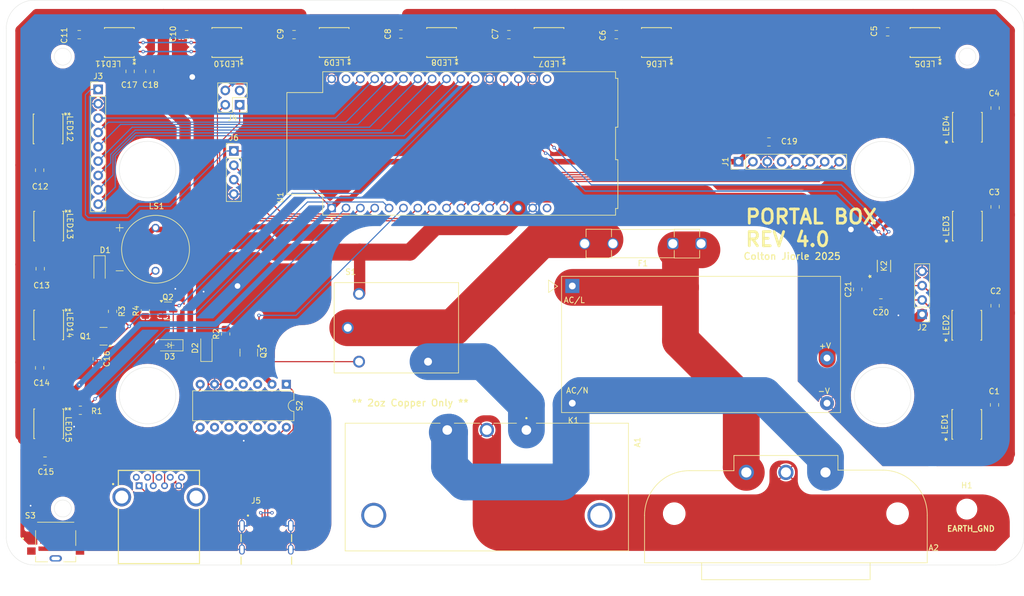
<source format=kicad_pcb>
(kicad_pcb (version 20240108) (generator "pcbnew") (generator_version "8.0")
  (layers (0 "F.Cu" signal "Top Layer") (31 "B.Cu" signal "Bottom Layer") (34 "B.Paste" user "Bottom Paste") (35 "F.Paste" user "Top Paste") (36 "B.SilkS" user "Bottom Overlay") (37 "F.SilkS" user "Top Overlay") (38 "B.Mask" user "Bottom Solder") (39 "F.Mask" user "Top Solder") (44 "Edge.Cuts" user))
  (net 0 "")
  (net 1 "/Earth_Gnd")
  (net 2 "/Recep_AC_L")
  (net 3 "Net-(F1-Pad2)")
  (net 4 "GND")
  (net 5 "/GPIO15")
  (net 6 "/GPIO5")
  (net 7 "/GPIO17")
  (net 8 "Net-(A3-VBUS)")
  (net 9 "/GPIO4")
  (net 10 "/GPIO0")
  (net 11 "/GPIO19")
  (net 12 "/AC_L")
  (net 13 "/GPIO22")
  (net 14 "/GPIO21")
  (net 15 "/GPIO20")
  (net 16 "/GPIO18")
  (net 17 "/GPIO23")
  (net 18 "/AC_N")
  (net 19 "Net-(D1-A)")
  (net 20 "Net-(D2-A)")
  (net 22 "Net-(J1-Pin_8)")
  (net 24 "Net-(J1-Pin_6)")
  (net 25 "Net-(J1-Pin_5)")
  (net 26 "Net-(J1-Pin_7)")
  (net 27 "Net-(J1-Pin_2)")
  (net 28 "/D-_2")
  (net 29 "/D+_2")
  (net 30 "/D+_1")
  (net 31 "/5V")
  (net 32 "/D-_1")
  (net 33 "/3.3V")
  (net 34 "/Reset")
  (net 35 "/LED_clock")
  (net 36 "/LED_data")
  (net 37 "/GPIO16")
  (net 39 "/AC_Relay")
  (net 42 "/LED_data_5V")
  (net 43 "/LED_clock_5V")
  (net 44 "Net-(LED1-CO)")
  (net 45 "Net-(LED1-DO)")
  (net 46 "Net-(LED2-CO)")
  (net 47 "Net-(LED2-DO)")
  (net 48 "Net-(LED3-DO)")
  (net 49 "Net-(LED3-CO)")
  (net 50 "Net-(LED4-DO)")
  (net 51 "Net-(LED4-CO)")
  (net 52 "Net-(LED5-DO)")
  (net 53 "Net-(LED5-CO)")
  (net 54 "Net-(LED6-DO)")
  (net 55 "Net-(LED6-CO)")
  (net 56 "Net-(LED7-CO)")
  (net 57 "Net-(LED7-DO)")
  (net 58 "Net-(LED8-DO)")
  (net 59 "Net-(LED8-CO)")
  (net 60 "Net-(LED10-DI)")
  (net 61 "Net-(LED10-CI)")
  (net 62 "Net-(LED10-DO)")
  (net 63 "Net-(LED10-CO)")
  (net 64 "Net-(LED11-CO)")
  (net 65 "Net-(LED11-DO)")
  (net 66 "Net-(LED12-DO)")
  (net 67 "Net-(LED12-CO)")
  (net 68 "Net-(LED13-DO)")
  (net 69 "Net-(LED13-CO)")
  (net 70 "Net-(LED14-DO)")
  (net 71 "Net-(LED14-CO)")
  (net 74 "Net-(D3-A)")
  (net 82 "/Buzzer")
  (net 83 "/USB_Relay")
  (net 84 "/GPIO1")
  (footprint "Capacitor_SMD:C_0805_2012Metric" (layer "F.Cu") (at 202.25299 94.9964 180)
    (property "Reference" "C20")
    (property "Value" "4.7u")
  )
  (footprint "ECEG400:SK9822_ADA" (layer "F.Cu") (at 217.55299 63.8964 90)
    (property "Reference" "LED4")
    (property "Value" "APA102")
  )
  (footprint "Package_DIP:DIP-14_W7.62mm" (layer "F.Cu") (at 97.09299 109.3964 -90)
    (property "Reference" "S2")
    (property "Value" "A 14-LC-TT")
  )
  (footprint "ECEG400:SK9822_ADA" (layer "F.Cu") (at 55.05299 116.3964 -90)
    (property "Reference" "LED15")
    (property "Value" "APA102")
  )
  (footprint "Resistor_SMD:R_0805_2012Metric" (layer "F.Cu") (at 72.15299 96.3964 90)
    (property "Reference" "R4")
    (property "Value" "10k")
  )
  (footprint "Resistor_SMD:R_0805_2012Metric" (layer "F.Cu") (at 86.35299 100.4964 90)
    (property "Reference" "R2")
    (property "Value" "10k")
  )
  (footprint "Capacitor_SMD:C_0805_2012Metric" (layer "F.Cu") (at 72.95409 54 -90)
    (property "Reference" "C18")
    (property "Value" "10u")
  )
  (footprint "Package_TO_SOT_SMD:SOT-23" (layer "F.Cu") (at 64.75299 100.8964 180)
    (property "Reference" "Q1")
    (property "Value" "NTR5103NT1G")
  )
  (footprint "ECEG400:SW_TL3336AF160Q" (layer "F.Cu") (at 56.29159 140.225 180)
    (property "Reference" "S3")
    (property "Value" "TL3336AF160Q")
  )
  (footprint "Capacitor_SMD:C_0805_2012Metric" (layer "F.Cu") (at 117.35299 47.3964 180)
    (property "Reference" "C8")
    (property "Value" "2.2u")
  )
  (footprint "ECEG400:SK9822_ADA" (layer "F.Cu") (at 67.55299 48.8964 180)
    (property "Reference" "LED11")
    (property "Value" "APA102")
  )
  (footprint "ECEG400:SK9822_ADA" (layer "F.Cu") (at 162.55299 48.8964 180)
    (property "Reference" "LED6")
    (property "Value" "APA102")
  )
  (footprint "Capacitor_SMD:C_0805_2012Metric" (layer "F.Cu") (at 63.65299 104.8964 -90)
    (property "Reference" "C16")
    (property "Value" "2.2u")
  )
  (footprint "Connector_PinHeader_2.54mm:PinHeader_1x04_P2.54mm_Vertical" (layer "F.Cu") (at 209.55299 97.0164 180)
    (property "Reference" "J2")
    (property "Value" "10082627-404HLF")
  )
  (footprint "Connector_PinHeader_2.54mm:PinHeader_1x09_P2.54mm_Vertical" (layer "F.Cu") (at 63.80299 57.1964)
    (property "Reference" "J3")
    (property "Value" "Conn_01x09")
  )
  (footprint "Package_TO_SOT_SMD:SOT-23" (layer "F.Cu") (at 76.15299 96.3964)
    (property "Reference" "Q2")
    (property "Value" "NTR5103NT1G")
  )
  (footprint "Capacitor_SMD:C_0805_2012Metric" (layer "F.Cu") (at 198.15299 92.5964 90)
    (property "Reference" "C21")
    (property "Value" "4.7u")
  )
  (footprint "ECEG400:VSSOP8_SOT765-1_NEX" (layer "F.Cu") (at 202.80299 88.4712 90)
    (property "Reference" "K2")
    (property "Value" "74AXP2T45DCH")
  )
  (footprint "ECEG400:Fuseholder_Clip-5x20mm_Schurter_CQM_Inline_P20.60x5.00mm_D1.60mm_Horizontal" (layer "F.Cu") (at 170.45409 84.5 180)
    (property "Reference" "F1")
    (property "Value" "Fuse")
  )
  (footprint "ECEG400:SK9822_ADA" (layer "F.Cu") (at 54.95299 64.1964 -90)
    (property "Reference" "LED12")
    (property "Value" "APA102")
  )
  (footprint "ECEG400:SK9822_ADA" (layer "F.Cu") (at 217.55299 81.3964 90)
    (property "Reference" "LED3")
    (property "Value" "APA102")
  )
  (footprint "Capacitor_SMD:C_0805_2012Metric" (layer "F.Cu") (at 136.45409 47.5 180)
    (property "Reference" "C7")
    (property "Value" "2.2u")
  )
  (footprint "Connector_PinHeader_2.54mm:PinHeader_1x04_P2.54mm_Vertical" (layer "F.Cu") (at 87.80299 68.0964)
    (property "Reference" "J6")
    (property "Value" "Conn_01x04")
  )
  (footprint "Diode_SMD:D_SOD-123" (layer "F.Cu") (at 76.45409 102.5 180)
    (property "Reference" "D3")
    (property "Value" "CFRM104-HF")
  )
  (footprint "Capacitor_SMD:C_0805_2012Metric" (layer "F.Cu") (at 79.45409 47.5 180)
    (property "Reference" "C10")
    (property "Value" "2.2u")
  )
  (footprint "ECEG400:GCT_USB4105-GF-A" (layer "F.Cu") (at 93.55299 138.6464)
    (property "Reference" "J5")
    (property "Value" "USB4105-GF-A")
  )
  (footprint "Capacitor_SMD:C_0805_2012Metric" (layer "F.Cu") (at 182.45409 66.5 180)
    (property "Reference" "C19")
    (property "Value" "4.7u")
  )
  (footprint "ECEG400:SK9822_ADA" (layer "F.Cu") (at 217.45409 98.9536 90)
    (property "Reference" "LED2")
    (property "Value" "APA102")
  )
  (footprint "Capacitor_SMD:C_0805_2012Metric" (layer "F.Cu") (at 203.45409 47 180)
    (property "Reference" "C5")
    (property "Value" "2.2u")
  )
  (footprint "Capacitor_SMD:C_0805_2012Metric" (layer "F.Cu") (at 222.45409 95.5 90)
    (property "Reference" "C2")
    (property "Value" "2.2u")
  )
  (footprint "Connector_PinHeader_2.54mm:PinHeader_2x02_P2.54mm_Vertical" (layer "F.Cu") (at 88.82799 59.9214 180)
    (property "Reference" "J4")
    (property "Value" "Conn_02x02_Counter_Clockwise")
  )
  (footprint "ECEG400:SK9822_ADA" (layer "F.Cu") (at 55.05299 81.3964 -90)
    (property "Reference" "LED13")
    (property "Value" "APA102")
  )
  (footprint "ECEG400:GCT_USB1135-15-9-L-B_REVA1" (layer "F.Cu") (at 74.55299 129.3664)
    (property "Reference" "A3" (hide yes))
    (property "Value" "USB1135-15-9-L-B" (hide yes))
  )
  (footprint "ECEG400:QUALTEK_703W-00_53" (layer "F.Cu") (at 185.45409 125 180)
    (property "Reference" "A2")
    (property "Value" "703W-00_53")
  )
  (footprint "Capacitor_SMD:C_0805_2012Metric" (layer "F.Cu") (at 222.45409 60.5 90)
    (property "Reference" "C4")
    (property "Value" "2.2u")
  )
  (footprint "Capacitor_SMD:C_0805_2012Metric" (layer "F.Cu") (at 53.45409 71.5 -90)
    (property "Reference" "C12")
    (property "Value" "2.2u")
  )
  (footprint "Diode_SMD:D_SOD-123" (layer "F.Cu") (at 64.05299 89 -90)
    (property "Reference" "D1")
    (property "Value" "CFRM104-HF")
  )
  (footprint "Capacitor_SMD:C_0805_2012Metric" (layer "F.Cu") (at 222.45409 78 90)
    (property "Reference" "C3")
    (property "Value" "2.2u")
  )
  (footprint "ECEG400:SK9822_ADA" (layer "F.Cu") (at 143.55299 48.8964 180)
    (property "Reference" "LED7")
    (property "Value" "APA102")
  )
  (footprint "ECEG400:SK9822_ADA" (layer "F.Cu") (at 210.05299 48.8964 180)
    (property "Reference" "LED5")
    (property "Value" "APA102")
  )
  (footprint "Capacitor_SMD:C_0805_2012Metric" (layer "F.Cu") (at 54.40299 122.9964)
    (property "Reference" "C15")
    (property "Value" "2.2u")
  )
  (footprint "Capacitor_SMD:C_0805_2012Metric" (layer "F.Cu") (at 53.55299 88.9464 -90)
    (property "Reference" "C13")
    (property "Value" "2.2u")
  )
  (footprint "ECEG400:XDCR_AI-1223-TWT-3V-2-R" (layer "F.Cu") (at 73.95409 85.5)
    (property "Reference" "LS1")
    (property "Value" "AI-1223-TWT-3V-2-R")
  )
  (footprint "Capacitor_SMD:C_0805_2012Metric" (layer "F.Cu") (at 69.45409 54 -90)
    (property "Reference" "C17")
    (property "Value" "1u")
  )
  (footprint "ECEG400:SK9822_ADA" (layer "F.Cu") (at 55.05299 98.8964 -90)
    (property "Reference" "LED14")
    (property "Value" "APA102")
  )
  (footprint "Capacitor_SMD:C_0805_2012Metric" (layer "F.Cu") (at 60.45409 47.5 180)
    (property "Reference" "C11")
    (property "Value" "2.2u")
  )
  (footprint "Package_TO_SOT_SMD:SOT-23" (layer "F.Cu") (at 90.45299 103.7964 -90)
    (property "Reference" "Q3")
    (property "Value" "NTR5103NT1G")
  )
  (footprint "Capacitor_SMD:C_0805_2012Metric" (layer "F.Cu") (at 222.35299 113.0464 90)
    (property "Reference" "C1")
    (property "Value" "2.2u")
  )
  (footprint "ECEG400:SK9822_ADA" (layer "F.Cu") (at 86.55299 48.8964 180)
    (property "Reference" "LED10")
    (property "Value" "APA102")
  )
  (footprint "Resistor_SMD:R_0805_2012Metric" (layer "F.Cu") (at 60.65299 114 180)
    (property "Reference" "R1")
    (property "Value" "10k")
  )
  (footprint "Capacitor_SMD:C_0805_2012Metric" (layer "F.Cu") (at 53.45409 106.5 -90)
    (property "Reference" "C14")
    (property "Value" "2.2u")
  )
  (footprint "MountingHole:MountingHole_3.2mm_M3" (layer "F.Cu") (at 217.45409 131.5)
    (property "Reference" "H1")
    (property "Value" "MountingHole_Pad")
  )
  (footprint "ECEG400:SK9822_ADA" (layer "F.Cu") (at 105.55299 48.8964 180)
    (property "Reference" "LED9")
    (property "Value" "APA102")
  )
  (footprint "Resistor_SMD:R_0805_2012Metric" (layer "F.Cu") (at 66.35299 96.4964 -90)
    (property "Reference" "R3")
    (property "Value" "10k")
  )
  (footprint "Diode_SMD:D_SOD-123" (layer "F.Cu") (at 82.95409 103 90)
    (property "Reference" "D2")
    (property "Value" "CFRM104-HF")
  )
  (footprint "ECEG400:BULGIN_PX0675_PC" (layer "F.Cu") (at 132.55299 130.3964 -90)
    (property "Reference" "A1")
    (property "Value" "PX0675/PC")
  )
  (footprint "ECEG400:RELAY_PR28-5V-360-1A-E" (layer "F.Cu") (at 116.05299 99.3964)
    (property "Reference" "S1")
    (property "Value" "PR28-5V-360-1A-E")
  )
  (footprint "Capacitor_SMD:C_0805_2012Metric" (layer "F.Cu") (at 155.45409 47.5 180)
    (property "Reference" "C6")
    (property "Value" "2.2u")
  )
  (footprint "ECEG400:SK9822_ADA" (layer "F.Cu") (at 124.55299 48.8964 180)
    (property "Reference" "LED8")
    (property "Value" "APA102")
  )
  (footprint "ECEG400:MODULE_ESP32-C6-DEVKITC-1-N8" (layer "F.Cu") (at 129.42909 66.7625 90)
    (property "Reference" "U1")
    (property "Value" "ESP32-C6-DEVKITC-1-N8")
  )
  (footprint "Capacitor_SMD:C_0805_2012Metric" (layer "F.Cu") (at 98.45409 47.5 180)
    (property "Reference" "C9")
    (property "Value" "2.2u")
  )
  (footprint "Converter_ACDC:Converter_ACDC_MeanWell_MFM-15-xx_THT" (layer "F.Cu") (at 147.67159 92)
    (property "Reference" "K1")
    (property "Value" "MFM-20-5")
  )
  (footprint "Connector_PinHeader_2.54mm:PinHeader_1x08_P2.54mm_Vertical" (layer "F.Cu") (at 177.07909 70 90)
    (property "Reference" "J1")
    (property "Value" "66100811622")
  )
  (footprint "ECEG400:SK9822_ADA" (layer "F.Cu") (at 217.45409 116.5 90)
    (property "Reference" "LED1")
    (property "Value" "APA102")
  )
  (gr_arc (start 52.55299 141.3964) (mid 49.017463 139.93193) (end 47.55299 136.3964) (stroke (width 0.05)) (layer "Edge.Cuts"))
  (gr_line (start 222.55299 141.3964) (end 52.55299 141.3964) (stroke (width 0.05)) (layer "Edge.Cuts"))
  (gr_circle (center 72.55299 111.3964) (end 72.55299 106.3964) (stroke (width 0.05)) (fill none) (layer "Edge.Cuts"))
  (gr_circle (center 72.55299 71.3964) (end 72.55299 66.3964) (stroke (width 0.05)) (fill none) (layer "Edge.Cuts"))
  (gr_circle (center 217.55299 51.3964) (end 217.55299 49.8964) (stroke (width 0.05)) (fill none) (layer "Edge.Cuts"))
  (gr_circle (center 57.55299 131.3964) (end 57.55299 129.8964) (stroke (width 0.05)) (fill none) (layer "Edge.Cuts"))
  (gr_line (start 52.55299 41.3964) (end 222.55299 41.3964) (stroke (width 0.05)) (layer "Edge.Cuts"))
  (gr_arc (start 47.55299 46.3964) (mid 49.017456 42.860866) (end 52.55299 41.3964) (stroke (width 0.05)) (layer "Edge.Cuts"))
  (gr_line (start 47.55299 136.3964) (end 47.55299 46.3964) (stroke (width 0.05)) (layer "Edge.Cuts"))
  (gr_arc (start 222.55299 41.3964) (mid 226.08853 42.860863) (end 227.55299 46.3964) (stroke (width 0.05)) (layer "Edge.Cuts"))
  (gr_circle (center 57.55299 51.3964) (end 57.55299 49.8964) (stroke (width 0.05)) (fill none) (layer "Edge.Cuts"))
  (gr_circle (center 202.55299 111.3964) (end 202.55299 106.3964) (stroke (width 0.05)) (fill none) (layer "Edge.Cuts"))
  (gr_circle (center 202.55299 71.3964) (end 202.55299 66.3964) (stroke (width 0.05)) (fill none) (layer "Edge.Cuts"))
  (gr_arc (start 227.55299 136.3964) (mid 226.088524 139.931934) (end 222.55299 141.3964) (stroke (width 0.05)) (layer "Edge.Cuts"))
  (gr_line (start 227.55299 46.3964) (end 227.55299 136.3964) (stroke (width 0.05)) (layer "Edge.Cuts"))
  (gr_text "EARTH_GND" (at 213.85299 135.55229 0) (layer "F.SilkS") (effects (font (size 1 1) (thickness 0.2)) (justify left bottom)))
  (gr_text "Colton Jiorle 2025" (at 177.85299 87.4434 0) (layer "F.SilkS") (effects (font (size 1.2 1.2) (thickness 0.2)) (justify left bottom)))
  (gr_text "REV 4.0" (at 178.05299 85.20265 0) (layer "F.SilkS") (effects (font (size 2.5 2.5) (thickness 0.5)) (justify left bottom)))
  (gr_text "** 2oz Copper Only **" (at 108.55299 113.3964 0) (layer "F.SilkS") (effects (font (size 1.2 1.2) (thickness 0.2)) (justify left bottom)))
  (gr_text "PORTAL BOX" (at 178.05299 81.20265 0) (layer "F.SilkS") (effects (font (size 2.5 2.5) (thickness 0.5)) (justify left bottom)))
  (segment (start 131.95049 105.3964) (end 122.15299 105.3964) (width 6.5) (layer "B.Cu") (net 2))
  (segment (start 139.55299 112.9989) (end 131.95049 105.3964) (width 6.5) (layer "B.Cu") (net 2))
  (segment (start 139.55299 117.4964) (end 139.55299 112.9989) (width 6.5) (layer "B.Cu") (net 2))
  (segment (start 142.1606 83.7964) (end 153.45299 83.7964) (width 6.5) (layer "F.Cu") (net 3))
  (segment (start 107.95299 99.3964) (end 126.5606 99.3964) (width 6.5) (layer "F.Cu") (net 3))
  (segment (start 126.5606 99.3964) (end 142.1606 83.7964) (width 6.5) (layer "F.Cu") (net 3))
  (segment (start 90.35299 132.9464) (end 88.80299 131.3964) (width 0.2) (layer "F.Cu") (net 4))
  (segment (start 203.552991 88.3964) (end 203.552991 86.8964) (width 0.2) (layer "F.Cu") (net 4))
  (segment (start 203.552991 90.046) (end 203.552991 88.3964) (width 0.2) (layer "F.Cu") (net 4))
  (segment (start 90.35299 133.8914) (end 90.35299 132.9464) (width 0.2) (layer "F.Cu") (net 4))
  (segment (start 74.61919 97.51765) (end 74.79044 97.3464) (width 0.254) (layer "F.Cu") (net 4))
  (segment (start 96.75299 133.8914) (end 96.75299 132.9464) (width 0.2) (layer "F.Cu") (net 4))
  (segment (start 96.75299 132.9464) (end 98.30299 131.3964) (width 0.2) (layer "F.Cu") (net 4))
  (segment (start 74.79044 97.3464) (end 75.09299 97.3464) (width 0.254) (layer "F.Cu") (net 4))
  (via (at 51.85299 130.8964) (size 0.6) (drill 0.3) (layers "F.Cu" "B.Cu") (net 4))
  (via (at 59.55299 116.8964) (size 0.6) (drill 0.3) (layers "F.Cu" "B.Cu") (net 4))
  (via (at 82.45409 93) (size 0.6) (drill 0.3) (layers "F.Cu" "B.Cu") (net 4))
  (via (at 77.45409 92.5) (size 0.6) (drill 0.3) (layers "F.Cu" "B.Cu") (net 4))
  (via (at 205.35299 97.1964) (size 0.6) (drill 0.3) (layers "F.Cu" "B.Cu") (net 4))
  (via (at 80.45409 55) (size 1.5) (drill 1) (layers "F.Cu" "B.Cu") (net 4))
  (via (at 196.95409 82) (size 1.5) (drill 1) (layers "F.Cu" "B.Cu") (net 4))
  (via (at 88.45409 92) (size 1.5) (drill 1) (layers "F.Cu" "B.Cu") (net 4))
  (via (at 89.55299 119.3964) (size 0.6) (drill 0.3) (layers "F.Cu" "B.Cu") (net 4))
  (segment (start 112.72409 55.3325) (end 105.78019 62.2764) (width 0.2) (layer "B.Cu") (net 5))
  (segment (start 105.78019 62.2764) (end 63.80299 62.2764) (width 0.2) (layer "B.Cu") (net 5))
  (segment (start 94.28109 79.6545) (end 87.80299 73.1764) (width 0.2) (layer "F.Cu") (net 6))
  (segment (start 112.72409 78.1925) (end 111.26209 79.6545) (width 0.2) (layer "F.Cu") (net 6))
  (segment (start 111.26209 79.6545) (end 94.28109 79.6545) (width 0.2) (layer "F.Cu") (net 6))
  (segment (start 106.001095 57.7314) (end 107.78519 57.7314) (width 0.2) (layer "F.Cu") (net 7))
  (segment (start 86.28799 57.3814) (end 87.43799 56.2314) (width 0.2) (layer "F.Cu") (net 7))
  (segment (start 107.78519 57.7314) (end 110.18409 55.3325) (width 0.2) (layer "F.Cu") (net 7))
  (segment (start 104.501095 56.2314) (end 106.001095 57.7314) (width 0.2) (layer "F.Cu") (net 7))
  (segment (start 87.43799 56.2314) (end 104.501095 56.2314) (width 0.2) (layer "F.Cu") (net 7))
  (segment (start 94.55299 135.8964) (end 92.55299 135.8964) (width 0.2) (layer "F.Cu") (net 8))
  (segment (start 92.55299 135.8964) (end 91.15299 134.4964) (width 0.2) (layer "F.Cu") (net 8))
  (segment (start 89.15299 130.9964) (end 85.20299 130.9964) (width 0.2) (layer "F.Cu") (net 8))
  (segment (start 91.15299 133.8914) (end 91.15299 132.9964) (width 0.2) (layer "F.Cu") (net 8))
  (segment (start 91.15299 132.9964) (end 89.15299 130.9964) (width 0.2) (layer "F.Cu") (net 8))
  (segment (start 82.55299 133.6464) (end 77.33299 133.6464) (width 0.2) (layer "F.Cu") (net 8))
  (segment (start 85.20299 130.9964) (end 82.55299 133.6464) (width 0.2) (layer "F.Cu") (net 8))
  (segment (start 91.15299 134.4964) (end 91.15299 133.8914) (width 0.2) (layer "F.Cu") (net 8))
  (segment (start 77.33299 133.6464) (end 71.05299 127.3664) (width 0.2) (layer "F.Cu") (net 8))
  (segment (start 95.95299 133.8914) (end 95.95299 134.4964) (width 0.2) (layer "F.Cu") (net 8))
  (segment (start 95.95299 134.4964) (end 94.55299 135.8964) (width 0.2) (layer "F.Cu") (net 8))
  (segment (start 96.42109 79.2545) (end 109.12209 79.2545) (width 0.2) (layer "F.Cu") (net 9))
  (segment (start 87.80299 70.6364) (end 96.42109 79.2545) (width 0.2) (layer "F.Cu") (net 9))
  (segment (start 109.12209 79.2545) (end 110.18409 78.1925) (width 0.2) (layer "F.Cu") (net 9))
  (segment (start 120.34409 78.1925) (end 118.48209 80.0545) (width 0.2) (layer "F.Cu") (net 10))
  (segment (start 85.30299 66.6464) (end 88.82799 63.1214) (width 0.2) (layer "F.Cu") (net 10))
  (segment (start 118.48209 80.0545) (end 87.96109 80.0545) (width 0.2) (layer "F.Cu") (net 10))
  (segment (start 88.82799 63.1214) (end 88.82799 59.9214) (width 0.2) (layer "F.Cu") (net 10))
  (segment (start 85.30299 77.3964) (end 85.30299 66.6464) (width 0.2) (layer "F.Cu") (net 10))
  (segment (start 87.96109 80.0545) (end 85.30299 77.3964) (width 0.2) (layer "F.Cu") (net 10))
  (segment (start 66.42599 68.86531) (end 70.3949 64.8964) (width 0.2) (layer "B.Cu") (net 11))
  (segment (start 115.86019 64.8964) (end 125.42409 55.3325) (width 0.2) (layer "B.Cu") (net 11))
  (segment (start 63.80299 74.9764) (end 66.42599 72.3534) (width 0.2) (layer "B.Cu") (net 11))
  (segment (start 70.3949 64.8964) (end 115.86019 64.8964) (width 0.2) (layer "B.Cu") (net 11))
  (segment (start 66.42599 72.3534) (end 66.42599 68.86531) (width 0.2) (layer "B.Cu") (net 11))
  (segment (start 147.70299 92.2464) (end 166.80299 92.2464) (width 6.5) (layer "F.Cu") (net 12))
  (segment (start 166.00299 85.5964) (end 170.60299 85.5964) (width 6.5) (layer "F.Cu") (net 12))
  (segment (start 178.45409 125) (end 177.55299 124.0989) (width 6.5) (layer "F.Cu") (net 12))
  (segment (start 166.80299 92.2464) (end 166.80299 86.3964) (width 6.5) (layer "F.Cu") (net 12))
  (segment (start 166.80299 101.6464) (end 166.80299 92.2464) (width 6.5) (layer "F.Cu") (net 12))
  (segment (start 177.55299 124.0989) (end 177.55299 112.3964) (width 6.5) (layer "F.Cu") (net 12))
  (segment (start 177.55299 112.3964) (end 166.80299 101.6464) (width 6.5) (layer "F.Cu") (net 12))
  (segment (start 67.76299 63.3964) (end 63.80299 67.3564) (width 0.2) (layer "B.Cu") (net 13))
  (segment (start 109.74019 63.3964) (end 67.76299 63.3964) (width 0.2) (layer "B.Cu") (net 13))
  (segment (start 117.80409 55.3325) (end 109.74019 63.3964) (width 0.2) (layer "B.Cu") (net 13))
  (segment (start 69.80299 63.8964) (end 63.80299 69.8964) (width 0.2) (layer "B.Cu") (net 14))
  (segment (start 111.78019 63.8964) (end 120.34409 55.3325) (width 0.2) (layer "B.Cu") (net 14))
  (segment (start 111.78019 63.8964) (end 69.80299 63.8964) (width 0.2) (layer "B.Cu") (net 14))
  (segment (start 66.02599 68.699625) (end 66.02599 70.2134) (width 0.2) (layer "B.Cu") (net 15))
  (segment (start 113.82019 64.3964) (end 122.88409 55.3325) (width 0.2) (layer "B.Cu") (net 15))
  (segment (start 66.02599 70.2134) (end 63.80299 72.4364) (width 0.2) (layer "B.Cu") (net 15))
  (segment (start 70.329215 64.3964) (end 113.82019 64.3964) (width 0.2) (layer "B.Cu") (net 15))
  (segment (start 70.329215 64.3964) (end 66.02599 68.699625) (width 0.2) (layer "B.Cu") (net 15))
  (segment (start 70.460586 65.3964) (end 66.82599 69.030996) (width 0.2) (layer "B.Cu") (net 16))
  (segment (start 66.82599 69.030996) (end 66.82599 74.4934) (width 0.2) (layer "B.Cu") (net 16))
  (segment (start 127.96409 55.3325) (end 117.90019 65.3964) (width 0.2) (layer "B.Cu") (net 16))
  (segment (start 117.90019 65.3964) (end 70.460586 65.3964) (width 0.2) (layer "B.Cu") (net 16))
  (segment (start 66.82599 74.4934) (end 63.80299 77.5164) (width 0.2) (layer "B.Cu") (net 16))
  (segment (start 65.62299 62.9964) (end 63.80299 64.8164) (width 0.2) (layer "B.Cu") (net 17))
  (segment (start 107.60019 62.9964) (end 65.62299 62.9964) (width 0.2) (layer "B.Cu") (net 17))
  (segment (start 115.26409 55.3325) (end 107.60019 62.9964) (width 0.2) (layer "B.Cu") (net 17))
  (segment (start 147.45409 124.98769) (end 145.74538 126.6964) (width 6.5) (layer "B.Cu") (net 18))
  (segment (start 125.95409 117.8975) (end 125.95299 117.8964) (width 6.5) (layer "B.Cu") (net 18))
  (segment (start 125.95299 117.8964) (end 125.55299 117.8964) (width 6.5) (layer "B.Cu") (net 18))
  (segment (start 125.95409 124) (end 125.95409 117.8975) (width 6.5) (layer "B.Cu") (net 18))
  (segment (start 147.67159 112.75) (end 149.02519 111.3964) (width 6.5) (layer "B.Cu") (net 18))
  (segment (start 192.45409 122.2975) (end 192.45409 125) (width 6.5) (layer "B.Cu") (net 18))
  (segment (start 149.02519 111.3964) (end 181.55299 111.3964) (width 6.5) (layer "B.Cu") (net 18))
  (segment (start 128.65049 126.6964) (end 125.95409 124) (width 6.5) (layer "B.Cu") (net 18))
  (segment (start 145.74538 126.6964) (end 128.65049 126.6964) (width 6.5) (layer "B.Cu") (net 18))
  (segment (start 181.55299 111.3964) (end 192.45409 122.2975) (width 6.5) (layer "B.Cu") (net 18))
  (segment (start 147.67159 112.75) (end 147.45409 112.9675) (width 6.5) (layer "B.Cu") (net 18))
  (segment (start 147.45409 112.9675) (end 147.45409 124.98769) (width 6.5) (layer "B.Cu") (net 18))
  (segment (start 63.69299 91.01) (end 64.00659 90.6964) (width 0.254) (layer "F.Cu") (net 19))
  (segment (start 72.35299 90.6964) (end 73.85299 89.1964) (width 0.254) (layer "F.Cu") (net 19))
  (segment (start 64.00659 90.6964) (end 72.35299 90.6964) (width 0.254) (layer "F.Cu") (net 19))
  (segment (start 63.65299 103.9464) (end 63.69299 103.9064) (width 0.254) (layer "F.Cu") (net 19))
  (segment (start 63.69299 103.9064) (end 63.69299 91.01) (width 0.254) (layer "F.Cu") (net 19))
  (segment (start 92.83299 105.3964) (end 109.95299 105.3964) (width 0.2) (layer "F.Cu") (net 20))
  (segment (start 82.75299 101.4964) (end 83.05299 101.4964) (width 0.254) (layer "F.Cu") (net 20))
  (segment (start 83.05299 101.4964) (end 86.41299 104.8564) (width 0.254) (layer "F.Cu") (net 20))
  (segment (start 92.29299 104.8564) (end 92.83299 105.3964) (width 0.2) (layer "F.Cu") (net 20))
  (segment (start 86.41299 104.8564) (end 92.29299 104.8564) (width 0.254) (layer "F.Cu") (net 20))
  (segment (start 191.35909 73.5) (end 194.85909 70) (width 0.2) (layer "F.Cu") (net 22))
  (segment (start 135.58409 77.11487) (end 139.19896 73.5) (width 0.2) (layer "F.Cu") (net 22))
  (segment (start 135.58409 78.1925) (end 135.58409 77.11487) (width 0.2) (layer "F.Cu") (net 22))
  (segment (start 139.19896 73.5) (end 191.35909 73.5) (width 0.2) (layer "F.Cu") (net 22))
  (segment (start 187.07909 72.7) (end 135.99659 72.7) (width 0.2) (layer "F.Cu") (net 24))
  (segment (start 189.77909 70) (end 187.07909 72.7) (width 0.2) (layer "F.Cu") (net 24))
  (segment (start 135.99659 72.7) (end 130.50409 78.1925) (width 0.2) (layer "F.Cu") (net 24))
  (segment (start 127.96409 78.1925) (end 133.85659 72.3) (width 0.2) (layer "F.Cu") (net 25))
  (segment (start 133.85659 72.3) (end 184.93909 72.3) (width 0.2) (layer "F.Cu") (net 25))
  (segment (start 184.93909 72.3) (end 187.23909 70) (width 0.2) (layer "F.Cu") (net 25))
  (segment (start 189.21909 73.1) (end 138.13659 73.1) (width 0.2) (layer "F.Cu") (net 26))
  (segment (start 138.13659 73.1) (end 133.04409 78.1925) (width 0.2) (layer "F.Cu") (net 26))
  (segment (start 192.31909 70) (end 189.21909 73.1) (width 0.2) (layer "F.Cu") (net 26))
  (segment (start 125.42409 78.1925) (end 131.71659 71.9) (width 0.2) (layer "F.Cu") (net 27))
  (segment (start 177.71909 71.9) (end 179.61909 70) (width 0.2) (layer "F.Cu") (net 27))
  (segment (start 131.71659 71.9) (end 177.71909 71.9) (width 0.2) (layer "F.Cu") (net 27))
  (segment (start 93.80299 132.1464) (end 93.80299 121.862035) (width 0.2) (layer "F.Cu") (net 28))
  (segment (start 92.55299 132.1464) (end 92.80299 132.3964) (width 0.2) (layer "F.Cu") (net 28))
  (segment (start 92.80299 132.3964) (end 92.80299 133.8914) (width 0.2) (layer "F.Cu") (net 28))
  (segment (start 93.80299 133.8914) (end 93.80299 132.1464) (width 0.2) (layer "F.Cu") (net 28))
  (segment (start 98.30299 117.362035) (end 98.30299 110.6064) (width 0.2) (layer "F.Cu") (net 28))
  (segment (start 93.80299 121.862035) (end 98.30299 117.362035) (width 0.2) (layer "F.Cu") (net 28))
  (segment (start 93.80299 132.1464) (end 94.55299 132.1464) (width 0.2) (layer "F.Cu") (net 28))
  (segment (start 98.30299 110.6064) (end 97.09299 109.3964) (width 0.2) (layer "F.Cu") (net 28))
  (via (at 92.55299 132.1464) (size 0.6) (drill 0.3) (layers "F.Cu" "B.Cu") (net 28))
  (via (at 94.55299 132.1464) (size 0.6) (drill 0.3) (layers "F.Cu" "B.Cu") (net 28))
  (segment (start 94.55299 132.1464) (end 92.55299 132.1464) (width 0.2) (layer "B.Cu") (net 28))
  (segment (start 93.30299 134.7164) (end 93.73299 135.1464) (width 0.2) (layer "F.Cu") (net 29))
  (segment (start 93.30299 133.8914) (end 93.30299 120.8064) (width 0.2) (layer "F.Cu") (net 29))
  (segment (start 93.30299 133.8914) (end 93.30299 134.7164) (width 0.2) (layer "F.Cu") (net 29))
  (segment (start 94.30299 134.6464) (end 94.30299 133.8914) (width 0.2) (layer "F.Cu") (net 29))
  (segment (start 93.73299 135.1464) (end 93.80299 135.1464) (width 0.2) (layer "F.Cu") (net 29))
  (segment (start 93.30299 120.8064) (end 97.09299 117.0164) (width 0.2) (layer "F.Cu") (net 29))
  (segment (start 93.80299 135.1464) (end 94.30299 134.6464) (width 0.2) (layer "F.Cu") (net 29))
  (segment (start 75.55299 127.3664) (end 75.55299 123.3164) (width 0.2) (layer "F.Cu") (net 30))
  (segment (start 75.55299 123.3164) (end 81.85299 117.0164) (width 0.2) (layer "F.Cu") (net 30))
  (segment (start 224.95299 96.7964) (end 224.95299 79.3964) (width 2) (layer "F.Cu") (net 31))
  (segment (start 222.1122 43.95561) (end 224.95299 46.7964) (width 2) (layer "F.Cu") (net 31))
  (segment (start 135.89422 81.5) (end 138.12409 79.27013) (width 3) (layer "F.Cu") (net 31))
  (segment (start 79.75299 43.95561) (end 80.50299 44.70561) (width 1) (layer "F.Cu") (net 31))
  (segment (start 201.05299 98.6964) (end 204.50299 102.1464) (width 3) (layer "F.Cu") (net 31))
  (segment (start 172.75291 76.99632) (end 172.75299 76.9964) (width 1) (layer "F.Cu") (net 31))
  (segment (start 110.05299 86) (end 110.05299 93.2964) (width 2) (layer "F.Cu") (net 31))
  (segment (start 77.95299 102.4964) (end 80.15299 102.4964) (width 1) (layer "F.Cu") (net 31))
  (segment (start 224.80299 79.2464) (end 224.95299 79.3964) (width 0.254) (layer "F.Cu") (net 31))
  (segment (start 80.10299 102.4464) (end 80.10299 89.3464) (width 1) (layer "F.Cu") (net 31))
  (segment (start 204.50299 102.0664) (end 209.55299 97.0164) (width 2) (layer "F.Cu") (net 31))
  (segment (start 192.75299 98.6964) (end 201.05299 98.6964) (width 3) (layer "F.Cu") (net 31))
  (segment (start 137.50299 44.00561) (end 137.55299 43.95561) (width 0.254) (layer "F.Cu") (net 31))
  (segment (start 83.05299 105.0964) (end 82.45299 105.0964) (width 1) (layer "F.Cu") (net 31))
  (segment (start 53.45299 122.6464) (end 53.45299 118.5464) (width 1) (layer "F.Cu") (net 31))
  (segment (start 61.50299 47.2964) (end 61.50299 44.60561) (width 1) (layer "F.Cu") (net 31))
  (segment (start 207.60659 47) (end 207.90299 47.2964) (width 1) (layer "F.Cu") (net 31))
  (segment (start 53.45299 70.4464) (end 53.45299 66.0464) (width 1) (layer "F.Cu") (net 31))
  (segment (start 84.45409 84) (end 82.45409 82) (width 3) (layer "F.Cu") (net 31))
  (segment (start 137.50299 47.2964) (end 141.40299 47.2964) (width 1) (layer "F.Cu") (net 31))
  (segment (start 138.12409 79.27013) (end 138.12409 78.1925) (width 3) (layer "F.Cu") (net 31))
  (segment (start 53.50299 87.9964) (end 53.55299 87.9964) (width 1) (layer "F.Cu") (net 31))
  (segment (start 75.20769 50.7964) (end 72.95409 53.05) (width 1) (layer "F.Cu") (net 31))
  (segment (start 118.50299 47.2964) (end 122.40299 47.2964) (width 1) (layer "F.Cu") (net 31))
  (segment (start 50.20299 105.4464) (end 53.50299 105.4464) (width 1) (layer "F.Cu") (net 31))
  (segment (start 50.15299 105.4964) (end 50.15299 88.1964) (width 2) (layer "F.Cu") (net 31))
  (segment (start 82.45409 86.9953) (end 82.45409 82) (width 1) (layer "F.Cu") (net 31))
  (segment (start 224.95409 121.72373) (end 224.95409 111.5) (width 0.2) (layer "F.Cu") (net 31))
  (segment (start 50.15299 88.1964) (end 50.15299 70.5964) (width 2) (layer "F.Cu") (net 31))
  (segment (start 104.95409 86) (end 95.121414 86) (width 3) (layer "F.Cu") (net 31))
  (segment (start 74.25409 82) (end 73.95409 81.7) (width 1) (layer "F.Cu") (net 31))
  (segment (start 80.10299 89.3464) (end 82.45409 86.9953) (width 1) (layer "F.Cu") (net 31))
  (segment (start 137.55299 43.95561) (end 156.55299 43.95561) (width 2) (layer "F.Cu") (net 31))
  (segment (start 172.45769 76.9964) (end 171.19179 75.7305) (width 3) (layer "F.Cu") (net 31))
  (segment (start 82.20299 104.8464) (end 82.20299 104.5464) (width 1) (layer "F.Cu") (net 31))
  (segment (start 118.95409 86) (end 123.45409 81.5) (width 3) (layer "F.Cu") (net 31))
  (segment (start 53.60299 122.8964) (end 53.60299 122.7964) (width 1) (layer "F.Cu") (net 31))
  (segment (start 79.75299 43.95561) (end 99.65299 43.95561) (width 2) (layer "F.Cu") (net 31))
  (segment (start 204.70299 47.1964) (end 204.80299 47.2964) (width 0.254) (layer "F.Cu") (net 31))
  (segment (start 224.95299 61.6964) (end 224.95299 46.7964) (width 2) (layer "F.Cu") (net 31))
  (segment (start 222.35299 61.7464) (end 224.90299 61.7464) (width 1) (layer "F.Cu") (net 31))
  (segment (start 79.17999 63.2259) (end 75.35299 59.3989) (width 2) (layer "F.Cu") (net 31))
  (segment (start 207.95409 43.95561) (end 222.1122 43.95561) (width 2) (layer "F.Cu") (net 31))
  (segment (start 139.644296 75.7305) (end 138.12409 77.250706) (width 3) (layer "F.Cu") (net 31))
  (segment (start 75.35299 50.7964) (end 75.35299 43.95561) (width 2) (layer "F.Cu") (net 31))
  (segment (start 138.12409 77.250706) (end 138.12409 78.1925) (width 3) (layer "F.Cu") (net 31))
  (segment (start 188.15299 76.9964) (end 192.75299 81.5964) (width 3) (layer "F.Cu") (net 31))
  (segment (start 62.15299 43.95561) (end 75.35299 43.95561) (width 2) (layer "F.Cu") (net 31))
  (segment (start 118.50299 47.2964) (end 118.50299 44.00561) (width 1) (layer "F.Cu") (net 31))
  (segment (start 172.75299 76.9964) (end 188.15299 76.9964) (width 3) (layer "F.Cu") (net 31))
  (segment (start 207.85659 105.5) (end 207.95409 105.5) (width 3) (layer "F.Cu") (net 31))
  (segment (start 92.15659 107) (end 84.95659 107) (width 1) (layer "F.Cu") (net 31))
  (segment (start 212.21035 122.3964) (end 224.28142 122.3964) (width 3) (layer "F.Cu") (net 31))
  (segment (start 224.95409 121.72373) (end 224.95409 96.7975) (width 2) (layer "F.Cu") (net 31))
  (segment (start 207.95409 43.95561) (end 207.95409 47.2453) (width 1) (layer "F.Cu") (net 31))
  (segment (start 224.90299 96.7464) (end 224.95299 96.7964) (width 1) (layer "F.Cu") (net 31))
  (segment (start 50.15299 46.7964) (end 52.99378 43.95561) (width 2) (layer "F.Cu") (net 31))
  (segment (start 156.50299 47.2964) (end 160.40299 47.2964) (width 1) (layer "F.Cu") (net 31))
  (segment (start 50.15299 88.1964) (end 50.35299 87.9964) (width 1) (layer "F.Cu") (net 31))
  (segment (start 207.95409 105.5) (end 210.45299 107.9989) (width 3) (layer "F.Cu") (net 31))
  (segment (start 156.50299 44.00561) (end 156.55299 43.95561) (width 1) (layer "F.Cu") (net 31))
  (segment (start 224.95409 96.7975) (end 224.95299 96.7964) (width 2) (layer "F.Cu") (net 31))
  (segment (start 207.95409 43.95561) (end 156.55299 43.95561) (width 2) (layer "F.Cu") (net 31))
  (segment (start 61.50299 44.60561) (end 62.15299 43.95561) (width 1) (layer "F.Cu") (net 31))
  (segment (start 82.45409 82) (end 79.17999 78.7259) (width 2) (layer "F.Cu") (net 31))
  (segment (start 210.45299 120.63904) (end 212.21035 122.3964) (width 3) (layer "F.Cu") (net 31))
  (segment (start 61.50299 47.2964) (end 65.40299 47.2964) (width 1) (layer "F.Cu") (net 31))
  (segment (start 99.50299 47.2964) (end 99.50299 44.10561) (width 1) (layer "F.Cu") (net 31))
  (segment (start 118.50299 44.00561) (end 118.55299 43.95561) (width 1) (layer "F.Cu") (net 31))
  (segment (start 219.15299 96.7464) (end 224.90299 96.7464) (width 1) (layer "F.Cu") (net 31))
  (segment (start 50.15299 119.3464) (end 53.45299 122.6464) (width 1) (layer "F.Cu") (net 31))
  (segment (start 207.95409 47.2453) (end 207.90299 47.2964) (width 1) (layer "F.Cu") (net 31))
  (segment (start 50.15299 105.4964) (end 50.20299 105.4464) (width 1) (layer "F.Cu") (net 31))
  (segment (start 80.50299 47.2964) (end 84.40299 47.2964) (width 1) (layer "F.Cu") (net 31))
  (segment (start 118.55299 43.95561) (end 137.55299 43.95561) (width 2) (layer "F.Cu") (net 31))
  (segment (start 50.15299 70.5964) (end 50.15299 46.7964) (width 2) (layer "F.Cu") (net 31))
  (segment (start 95.121414 86) (end 93.121414 84) (width 3) (layer "F.Cu") (net 31))
  (segment (start 156.50299 47.2964) (end 156.50299 44.00561) (width 1) (layer "F.Cu") (net 31))
  (segment (start 53.45299 105.3964) (end 53.45299 101.0464) (width 1) (layer "F.Cu") (net 31))
  (segment (start 171.19179 75.7305) (end 139.644296 75.7305) (width 3) (layer "F.Cu") (net 31))
  (segment (start 172.75299 76.9964) (end 172.45769 76.9964) (width 3) (layer "F.Cu") (net 31))
  (segment (start 99.50299 44.10561) (end 99.65299 43.95561) (width 1) (layer "F.Cu") (net 31))
  (segment (start 75.35299 59.3989) (end 75.35299 50.7964) (width 2) (layer "F.Cu") (net 31))
  (segment (start 204.50299 102.1464) (end 204.50299 102.0664) (width 2) (layer "F.Cu") (net 31))
  (segment (start 99.50299 47.2964) (end 103.40299 47.2964) (width 1) (layer "F.Cu") (net 31))
  (segment (start 224.95299 79.3964) (end 224.95299 61.6964) (width 2) (layer "F.Cu") (net 31))
  (segment (start 64.05299 87.35) (end 68.09939 87.35) (width 1) (layer "F.Cu") (net 31))
  (segment (start 82.45299 105.0964) (end 82.20299 104.8464) (width 1) (layer "F.Cu") (net 31))
  (segment (start 219.15299 79.2464) (end 222.25299 79.2464) (width 1) (layer "F.Cu") (net 31))
  (segment (start 94.55299 109.3964) (end 92.15659 107) (width 1) (layer "F.Cu") (net 31))
  (segment (start 110.05299 93.2964) (end 109.95299 93.3964) (width 2) (layer "F.Cu") (net 31))
  (segment (start 53.45299 87.9464) (end 53.50299 87.9964) (width 1) (layer "F.Cu") (net 31))
  (segment (start 80.50299 47.2964) (end 80.50299 44.70561) (width 1) (layer "F.Cu") (net 31))
  (segment (start 75.35299 43.95561) (end 79.75299 43.95561) (width 2) (layer "F.Cu") (net 31))
  (segment (start 224.28142 122.3964) (end 224.95299 121.72482) (width 2) (layer "F.Cu") (net 31))
  (segment (start 50.15299 119.3464) (end 50.15299 118.3964) (width 1) (layer "F.Cu") (net 31))
  (segment (start 84.95659 107) (end 83.05299 105.0964) (width 1) (layer "F.Cu") (net 31))
  (segment (start 137.50299 47.2964) (end 137.50299 44.00561) (width 1) (layer "F.Cu") (net 31))
  (segment (start 224.90299 61.7464) (end 224.95299 61.6964) (width 0.254) (layer "F.Cu") (net 31))
  (segment (start 53.45299 87.9464) (end 53.45299 83.5464) (width 1) (layer "F.Cu") (net 31))
  (segment (start 69.45409 53.05) (end 72.95409 53.05) (width 1) (layer "F.Cu") (net 31))
  (segment (start 82.20299 104.5464) (end 80.10299 102.4464) (width 1) (layer "F.Cu") (net 31))
  (segment (start 204.50299 102.1464) (end 207.85659 105.5) (width 3) (layer "F.Cu") (net 31))
  (segment (start 224.95409 111.5) (end 224.95409 114.5) (width 0.2) (layer "F.Cu") (net 31))
  (segment (start 204.40409 47) (end 207.60659 47) (width 1) (layer "F.Cu") (net 31))
  (segment (start 93.121414 84) (end 84.45409 84) (width 3) (layer "F.Cu") (net 31))
  (segment (start 192.75299 98.6964) (end 192.75299 81.5964) (width 3) (layer "F.Cu") (net 31))
  (segment (start 110.05299 86) (end 118.95409 86) (width 3) (layer "F.Cu") (net 31))
  (segment (start 75.35299 50.7964) (end 75.20769 50.7964) (width 1) (layer "F.Cu") (net 31))
  (segment (start 224.28142 122.3964) (end 224.95409 121.72373) (width 2) (layer "F.Cu") (net 31))
  (segment (start 224.95409 114.5) (end 224.80409 114.35) (width 0.2) (layer "F.Cu") (net 31))
  (segment (start 52.99378 43.95561) (end 62.15299 43.95561) (width 2) (layer "F.Cu") (net 31))
  (segment (start 123.45409 81.5) (end 135.89422 81.5) (width 3) (layer "F.Cu") (net 31))
  (segment (start 79.17999 78.7259) (end 79.17999 63.2259) (width 2) (layer "F.Cu") (net 31))
  (segment (start 219.15299 61.7464) (end 222.35299 61.7464) (width 1) (layer "F.Cu") (net 31))
  (segment (start 222.25299 79.2464) (end 224.80299 79.2464) (width 1) (layer "F.Cu") (net 31))
  (segment (start 219.05409 114.35) (end 224.80409 114.35) (width 0.6) (layer "F.Cu") (net 31))
  (segment (start 192.75299 104.9464) (end 192.75299 98.6964) (width 3) (layer "F.Cu") (net 31))
  (segment (start 68.09939 87.35) (end 73.85299 81.5964) (width 1) (layer "F.Cu") (net 31))
  (segment (start 50.35299 87.9964) (end 53.50299 87.9964) (width 1) (layer "F.Cu") (net 31))
  (segment (start 110.05299 86) (end 104.95409 86) (width 3) (layer "F.Cu") (net 31))
  (segment (start 53.45299 122.6464) (end 53.60299 122.7964) (width 1) (layer "F.Cu") (net 31))
  (segment (start 201.05299 97.1964) (end 201.05299 90.1964) (width 2) (layer "F.Cu") (net 31))
  (segment (start 82.45409 82) (end 74.25409 82) (width 1) (layer "F.Cu") (net 31))
  (segment (start 50.15299 70.5964) (end 53.50299 70.5964) (width 1) (layer "F.Cu") (net 31))
  (segment (start 207.90299 47.2964) (end 207.90299 47.10561) (width 0.2) (layer "F.Cu") (net 31))
  (segment (start 50.15299 118.3964) (end 50.15299 105.4964) (width 2) (layer "F.Cu") (net 31))
  (segment (start 210.45299 107.9989) (end 210.45299 120.63904) (width 3) (layer "F.Cu") (net 31))
  (segment (start 73.55299 118.6464) (end 81.85299 110.3464) (width 0.2) (layer "F.Cu") (net 32))
  (segment (start 73.55299 127.3664) (end 73.55299 118.6464) (width 0.2) (layer "F.Cu") (net 32))
  (segment (start 81.85299 110.3464) (end 81.85299 109.3964) (width 0.2) (layer "F.Cu") (net 32))
  (segment (start 106.79659 76.5) (end 105.10409 78.1925) (width 1) (layer "F.Cu") (net 33))
  (segment (start 59.74049 110.2136) (end 59.74049 114) (width 1) (layer "F.Cu") (net 33))
  (segment (start 198.20299 91.4464) (end 198.20299 90.1464) (width 1) (layer "F.Cu") (net 33))
  (segment (start 115 70) (end 108.5 76.5) (width 1) (layer "F.Cu") (net 33))
  (segment (start 87.80299 68.0964) (end 95.00799 68.0964) (width 0.2) (layer "F.Cu") (net 33))
  (segment (start 198.20299 90.1464) (end 201.45409 86.8953) (width 1) (layer "F.Cu") (net 33))
  (segment (start 208.67999 64) (end 208.67999 73.92749) (width 1) (layer "F.Cu") (net 33))
  (segment (start 177.07909 70) (end 183.02909 64.05) (width 1) (layer "F.Cu") (net 33))
  (segment (start 200.45409 82.15339) (end 200.45409 83) (width 1) (layer "F.Cu") (net 33))
  (segment (start 200.45409 83) (end 201.45409 84) (width 1) (layer "F.Cu") (net 33))
  (segment (start 95.00799 68.0964) (end 105.10409 78.1925) (width 0.2) (layer "F.Cu") (net 33))
  (segment (start 208.62999 64.05) (end 208.67999 64) (width 1) (layer "F.Cu") (net 33))
  (segment (start 177.07909 70) (end 115 70) (width 1) (layer "F.Cu") (net 33))
  (segment (start 201.45409 86.8953) (end 201.45409 84) (width 1) (layer "F.Cu") (net 33))
  (segment (start 183.02909 64.05) (end 208.62999 64.05) (width 1) (layer "F.Cu") (net 33))
  (segment (start 108.5 76.5) (end 106.79659 76.5) (width 1) (layer "F.Cu") (net 33))
  (segment (start 60.45409 109.5) (end 59.74049 110.2136) (width 1) (layer "F.Cu") (net 33))
  (segment (start 208.67999 73.92749) (end 200.45409 82.15339) (width 1) (layer "F.Cu") (net 33))
  (via (at 60.45409 109.5) (size 1) (drill 0.3) (layers "F.Cu" "B.Cu") (net 33))
  (segment (start 63.80299 57.1964) (end 62.50299 57.1964) (width 0.2) (layer "B.Cu") (net 33))
  (segment (start 76.55299 77.8964) (end 86.35299 68.0964) (width 0.2) (layer "B.Cu") (net 33))
  (segment (start 86.35299 68.0964) (end 87.80299 68.0964) (width 0.2) (layer "B.Cu") (net 33))
  (segment (start 105.10409 78.1925) (end 84.55019 98.7464) (width 1) (layer "B.Cu") (net 33))
  (segment (start 71.20769 98.7464) (end 60.45409 109.5) (width 1) (layer "B.Cu") (net 33))
  (segment (start 61.55299 58.1464) (end 61.55299 79.3964) (width 0.2) (layer "B.Cu") (net 33))
  (segment (start 62.50299 57.1964) (end 61.55299 58.1464) (width 0.2) (layer "B.Cu") (net 33))
  (segment (start 62.05299 79.8964) (end 69.05299 79.8964) (width 0.2) (layer "B.Cu") (net 33))
  (segment (start 69.05299 79.8964) (end 71.05299 77.8964) (width 0.2) (layer "B.Cu") (net 33))
  (segment (start 84.55019 98.7464) (end 71.20769 98.7464) (width 1) (layer "B.Cu") (net 33))
  (segment (start 71.05299 77.8964) (end 76.55299 77.8964) (width 0.2) (layer "B.Cu") (net 33))
  (segment (start 61.55299 79.3964) (end 62.05299 79.8964) (width 0.2) (layer "B.Cu") (net 33))
  (segment (start 61.60299 114.19632) (end 61.83528 113.96403) (width 0.254) (layer "F.Cu") (net 34))
  (segment (start 54.35299 136.30194) (end 54.35299 128.2964) (width 0.254) (layer "F.Cu") (net 34))
  (segment (start 61.60299 114.2464) (end 61.60299 114.19632) (width 0.254) (layer "F.Cu") (net 34))
  (segment (start 54.35299 128.2964) (end 61.60299 121.0464) (width 0.254) (layer "F.Cu") (net 34))
  (segment (start 61.83528 113.96403) (end 61.83528 113.41411) (width 0.254) (layer "F.Cu") (net 34))
  (segment (start 61.83528 113.41411) (end 63.25299 111.9964) (width 0.254) (layer "F.Cu") (net 34))
  (segment (start 61.60299 121.0464) (end 61.60299 114.2464) (width 0.254) (layer "F.Cu") (net 34))
  (via (at 63.25299 111.9964) (size 0.6) (drill 0.3) (layers "F.Cu" "B.Cu") (net 34))
  (segment (start 107.64409 78.1925) (end 86.29019 99.5464) (width 0.2) (layer "B.Cu") (net 34))
  (segment (start 86.29019 99.5464) (end 75.70299 99.5464) (width 0.2) (layer "B.Cu") (net 34))
  (segment (start 75.70299 99.5464) (end 63.25299 111.9964) (width 0.2) (layer "B.Cu") (net 34))
  (segment (start 144.45409 67.5) (end 138.12409 61.17) (width 0.2) (layer "F.Cu") (net 35))
  (segment (start 203.05299 82.9964) (end 203.05299 86.8964) (width 0.2) (layer "F.Cu") (net 35))
  (segment (start 138.12409 61.17) (end 138.12409 55.3325) (width 0.2) (layer "F.Cu") (net 35))
  (segment (start 203.65299 82.3964) (end 203.05299 82.9964) (width 0.2) (layer "F.Cu") (net 35))
  (via (at 144.45409 67.5) (size 0.6) (drill 0.3) (layers "F.Cu" "B.Cu") (net 35))
  (via (at 203.65299 82.3964) (size 0.6) (drill 0.3) (layers "F.Cu" "B.Cu") (net 35))
  (segment (start 195.25299 74.0964) (end 203.55299 82.3964) (width 0.254) (layer "B.Cu") (net 35))
  (segment (start 151.05049 74.0964) (end 195.25299 74.0964) (width 0.254) (layer "B.Cu") (net 35))
  (segment (start 203.55299 82.3964) (end 203.65299 82.3964) (width 0.254) (layer "B.Cu") (net 35))
  (segment (start 151.05049 74.0964) (end 144.45409 67.5) (width 0.2) (layer "B.Cu") (net 35))
  (segment (start 201.85299 82.3964) (end 202.55299 83.0964) (width 0.2) (layer "F.Cu") (net 36))
  (segment (start 142.95409 68.5) (end 135.58409 61.13) (width 0.2) (layer "F.Cu") (net 36))
  (segment (start 135.58409 61.13) (end 135.58409 55.3325) (width 0.2) (layer "F.Cu") (net 36))
  (segment (start 202.55299 83.0964) (end 202.55299 86.8964) (width 0.2) (layer "F.Cu") (net 36))
  (via (at 142.95409 68.5) (size 0.6) (drill 0.3) (layers "F.Cu" "B.Cu") (net 36))
  (via (at 201.85299 82.3964) (size 0.6) (drill 0.3) (layers "F.Cu" "B.Cu") (net 36))
  (segment (start 149.95409 75.1964) (end 194.55299 75.1964) (width 0.254) (layer "B.Cu") (net 36))
  (segment (start 149.95409 75.1964) (end 143.25769 68.5) (width 0.2) (layer "B.Cu") (net 36))
  (segment (start 201.75299 82.3964) (end 201.85299 82.3964) (width 0.254) (layer "B.Cu") (net 36))
  (segment (start 194.55299 75.1964) (end 201.75299 82.3964) (width 0.254) (layer "B.Cu") (net 36))
  (segment (start 143.25769 68.5) (end 142.95409 68.5) (width 0.2) (layer "B.Cu") (net 36))
  (segment (start 91.40299 100.9214) (end 92.25299 100.0714) (width 0.254) (layer "F.Cu") (net 39))
  (segment (start 92.25299 100.0714) (end 92.25299 97.1964) (width 0.254) (layer "F.Cu") (net 39))
  (segment (start 90.02799 99.5464) (end 91.40299 100.9214) (width 0.254) (layer "F.Cu") (net 39))
  (segment (start 86.35307 99.5464) (end 90.02799 99.5464) (width 0.254) (layer "F.Cu") (net 39))
  (segment (start 91.40299 102.7364) (end 91.40299 100.9214) (width 0.254) (layer "F.Cu") (net 39))
  (via (at 92.25299 97.1964) (size 0.6) (drill 0.3) (layers "F.Cu" "B.Cu") (net 39))
  (segment (start 92.25299 97.1964) (end 98.80019 97.1964) (width 0.2) (layer "B.Cu") (net 39))
  (segment (start 98.80019 97.1964) (end 117.80409 78.1925) (width 0.2) (layer "B.Cu") (net 39))
  (segment (start 215.80659 118.65) (end 213.05299 115.8964) (width 0.254) (layer "F.Cu") (net 42))
  (segment (start 209.55299 94.4764) (end 206.297005 94.4764) (width 0.2) (layer "F.Cu") (net 42))
  (segment (start 209.55299 94.4764) (end 213.05299 97.9764) (width 0.254) (layer "F.Cu") (net 42))
  (segment (start 202.55299 90.732385) (end 202.55299 90.046) (width 0.2) (layer "F.Cu") (net 42))
  (segment (start 213.05299 97.9764) (end 213.05299 115.8964) (width 0.254) (layer "F.Cu") (net 42))
  (segment (start 215.85409 118.65) (end 215.80659 118.65) (width 0.254) (layer "F.Cu") (net 42))
  (segment (start 206.297005 94.4764) (end 202.55299 90.732385) (width 0.2) (layer "F.Cu") (net 42))
  (segment (start 209.53299 94.4964) (end 209.55299 94.4764) (width 0.2) (layer "F.Cu") (net 42))
  (segment (start 213.75299 115.4964) (end 213.75299 95.9964) (width 0.254) (layer "F.Cu") (net 43))
  (segment (start 203.05299 90.666699) (end 204.322691 91.9364) (width 0.2) (layer "F.Cu") (net 43))
  (segment (start 213.75299 115.4964) (end 215.25299 116.9964) (width 0.254) (layer "F.Cu") (net 43))
  (segment (start 209.49299 91.9964) (end 209.55299 91.9364) (width 0.2) (layer "F.Cu") (net 43))
  (segment (start 209.69299 91.9364) (end 213.75299 95.9964) (width 0.254) (layer "F.Cu") (net 43))
  (segment (start 217.45299 117.4964) (end 217.55299 117.5964) (width 0.254) (layer "F.Cu") (net 43))
  (segment (start 216.95299 116.9964) (end 217.45299 117.4964) (width 0.254) (layer "F.Cu") (net 43))
  (segment (start 215.25299 116.9964) (end 216.95299 116.9964) (width 0.254) (layer "F.Cu") (net 43))
  (segment (start 217.55299 118.5464) (end 217.55299 117.5964) (width 0.254) (layer "F.Cu") (net 43))
  (segment (start 203.05299 90.046) (end 203.05299 90.666699) (width 0.2) (layer "F.Cu") (net 43))
  (segment (start 204.322691 91.9364) (end 209.55299 91.9364) (width 0.2) (layer "F.Cu") (net 43))
  (segment (start 209.55299 91.9364) (end 209.69299 91.9364) (width 0.254) (layer "F.Cu") (net 43))
  (segment (start 217.45409 114.35) (end 217.45409 101.1036) (width 0.2) (layer "F.Cu") (net 44))
  (segment (start 215.85409 101.1036) (end 215.85409 114.35) (width 0.2) (layer "F.Cu") (net 45))
  (segment (start 215.85409 114.35) (end 215.95299 114.2511) (width 0.254) (layer "F.Cu") (net 45))
  (segment (start 217.55299 96.7464) (end 217.516031 96.709441) (width 0.254) (layer "F.Cu") (net 46))
  (segment (start 217.45409 83.6453) (end 217.55299 83.5464) (width 0.2) (layer "F.Cu") (net 46))
  (segment (start 217.516031 83.583359) (end 217.55299 83.5464) (width 0.254) (layer "F.Cu") (net 46))
  (segment (start 217.45409 96.8036) (end 217.45409 83.6453) (width 0.2) (layer "F.Cu") (net 46))
  (segment (start 215.95299 83.5464) (end 215.95299 96.7047) (width 0.2) (layer "F.Cu") (net 47))
  (segment (start 215.95299 96.7047) (end 215.85409 96.8036) (width 0.2) (layer "F.Cu") (net 47))
  (segment (start 215.95299 79.2464) (end 215.95299 66.0464) (width 0.2) (layer "F.Cu") (net 48))
  (segment (start 217.55299 66.0464) (end 217.55299 79.2464) (width 0.2) (layer "F.Cu") (net 49))
  (segment (start 213.45409 51.5) (end 213.20659 51.5) (width 0.2) (layer "F.Cu") (net 50))
  (segment (start 212.20299 50.4964) (end 212.39299 50.4964) (width 0.254) (layer "F.Cu") (net 50))
  (segment (start 213.45409 55) (end 213.45409 51.5) (width 0.2) (layer "F.Cu") (net 50))
  (segment (start 215.95299 61.7464) (end 215.95299 57.5011) (width 0.2) (layer "F.Cu") (net 50))
  (segment (start 215.95409 57.5) (end 213.45409 55) (width 0.2) (layer "F.Cu") (net 50))
  (segment (start 215.95299 57.5011) (end 215.95409 57.5) (width 0.2) (layer "F.Cu") (net 50))
  (segment (start 213.20659 51.5) (end 212.20299 50.4964) (width 0.2) (layer "F.Cu") (net 50))
  (segment (start 214.45409 50.5) (end 212.85049 48.8964) (width 0.2) (layer "F.Cu") (net 51))
  (segment (start 217.55299 57.0989) (end 214.45409 54) (width 0.2) (layer "F.Cu") (net 51))
  (segment (start 212.20299 48.8964) (end 212.39299 48.8964) (width 0.254) (layer "F.Cu") (net 51))
  (segment (start 217.55299 61.7464) (end 217.55299 57.0989) (width 0.2) (layer "F.Cu") (net 51))
  (segment (start 212.85049 48.8964) (end 212.20299 48.8964) (width 0.2) (layer "F.Cu") (net 51))
  (segment (start 214.45409 54) (end 214.45409 50.5) (width 0.2) (layer "F.Cu") (net 51))
  (segment (start 164.55299 50.4964) (end 164.70299 50.4964) (width 0.254) (layer "F.Cu") (net 52))
  (segment (start 207.90299 50.4964) (end 164.70299 50.4964) (width 0.2) (layer "F.Cu") (net 52))
  (segment (start 164.55299 48.8964) (end 164.70299 48.8964) (width 0.254) (layer "F.Cu") (net 53))
  (segment (start 164.70299 48.8964) (end 207.90299 48.8964) (width 0.2) (layer "F.Cu") (net 53))
  (segment (start 160.40299 50.4964) (end 145.70299 50.4964) (width 0.2) (layer "F.Cu") (net 54))
  (segment (start 145.70299 50.4964) (end 145.80299 50.3964) (width 0.254) (layer "F.Cu") (net 54))
  (segment (start 145.51299 50.4964) (end 145.70299 50.4964) (width 0.254) (layer "F.Cu") (net 54))
  (segment (start 145.70299 48.8964) (end 160.40299 48.8964) (width 0.2) (layer "F.Cu") (net 55))
  (segment (start 126.70299 48.8964) (end 141.40299 48.8964) (width 0.2) (layer "F.Cu") (net 56))
  (segment (start 141.40299 50.4964) (end 126.70299 50.4964) (width 0.2) (layer "F.Cu") (net 57))
  (segment (start 107.70299 50.4964) (end 122.40299 50.4964) (width 0.2) (layer "F.Cu") (net 58))
  (segment (start 107.70299 48.8964) (end 122.40299 48.8964) (width 0.2) (layer "F.Cu") (net 59))
  (segment (start 88.70299 50.4964) (end 103.40299 50.4964) (width 0.2) (layer "F.Cu") (net 60))
  (segment (start 103.40299 48.8964) (end 88.70299 48.8964) (width 0.2) (layer "F.Cu") (net 61))
  (segment (start 70.2189 50.4964) (end 71.75299 50.4964) (width 0.254) (layer "F.Cu") (net 62))
  (segment (start 80.25299 50.4964) (end 83.90299 50.4964) (width 0.254) (layer "F.Cu") (net 62))
  (segment (start 69.9189 50.5964) (end 70.1189 50.3964) (width 0.254) (layer "F.Cu") (net 62))
  (segment (start 70.1189 50.3964) (end 70.2189 50.4964) (width 0.254) (layer "F.Cu") (net 62))
  (via (at 80.25299 50.4964) (size 0.6) (drill 0.3) (layers "F.Cu" "B.Cu") (net 62))
  (via (at 71.75299 50.4964) (size 0.6) (drill 0.3) (layers "F.Cu" "B.Cu") (net 62))
  (segment (start 71.75299 50.4964) (end 80.25299 50.4964) (width 0.254) (layer "B.Cu") (net 62))
  (segment (start 83.80299 48.7964) (end 83.90299 48.8964) (width 0.254) (layer "F.Cu") (net 63))
  (segment (start 80.25299 48.8964) (end 83.70299 48.8964) (width 0.254) (layer "F.Cu") (net 63))
  (segment (start 69.50299 48.8964) (end 71.75299 48.8964) (width 0.254) (layer "F.Cu") (net 63))
  (segment (start 83.70299 48.8964) (end 83.80299 48.7964) (width 0.254) (layer "F.Cu") (net 63))
  (via (at 71.75299 48.8964) (size 0.6) (drill 0.3) (layers "F.Cu" "B.Cu") (net 63))
  (via (at 80.25299 48.8964) (size 0.6) (drill 0.3) (layers "F.Cu" "B.Cu") (net 63))
  (segment (start 71.75299 48.8964) (end 80.25299 48.8964) (width 0.254) (layer "B.Cu") (net 63))
  (segment (start 55.05299 58.0964) (end 64.25299 48.8964) (width 0.254) (layer "F.Cu") (net 64))
  (segment (start 55.05299 61.7464) (end 55.05299 58.0964) (width 0.254) (layer "F.Cu") (net 64))
  (segment (start 64.25299 48.8964) (end 65.20299 48.8964) (width 0.254) (layer "F.Cu") (net 64))
  (segment (start 65.01299 50.4964) (end 65.20299 50.4964) (width 0.254) (layer "F.Cu") (net 65))
  (segment (start 56.65299 58.8564) (end 65.01299 50.4964) (width 0.254) (layer "F.Cu") (net 65))
  (segment (start 56.65299 61.7464) (end 56.65299 58.8564) (width 0.254) (layer "F.Cu") (net 65))
  (segment (start 56.65299 79.2464) (end 56.65299 66.0464) (width 0.254) (layer "F.Cu") (net 66))
  (segment (start 55.05299 79.2464) (end 55.05299 66.0464) (width 0.254) (layer "F.Cu") (net 67))
  (segment (start 56.65299 96.7464) (end 56.65299 83.5464) (width 0.254) (layer "F.Cu") (net 68))
  (segment (start 55.05299 96.7464) (end 55.05299 83.5464) (width 0.254) (layer "F.Cu") (net 69))
  (segment (start 56.65299 114.2464) (end 56.65299 101.1464) (width 0.254) (layer "F.Cu") (net 70))
  (segment (start 56.65299 114.2464) (end 56.70299 114.1964) (width 0.254) (layer "F.Cu") (net 70))
  (segment (start 56.60299 101.0964) (end 56.65299 101.1464) (width 0.254) (layer "F.Cu") (net 70))
  (segment (start 56.60299 101.0964) (end 56.65299 101.0464) (width 0.254) (layer "F.Cu") (net 70))
  (segment (start 55.05299 114.2464) (end 55.05299 101.0464) (width 0.254) (layer "F.Cu") (net 71))
  (segment (start 55.00299 101.0964) (end 55.05299 101.0464) (width 0.254) (layer "F.Cu") (net 71))
  (segment (start 55.05299 114.2464) (end 55.10299 114.1964) (width 0.254) (layer "F.Cu") (net 71))
  (segment (start 77.09049 96.3964) (end 77.09049 100.2136) (width 0.2) (layer "F.Cu") (net 74))
  (segment (start 77.09049 100.2136) (end 74.80409 102.5) (width 0.2) (layer "F.Cu") (net 74))
  (segment (start 66.35291 97.4464) (end 67.60299 97.4464) (width 0.254) (layer "F.Cu") (net 82))
  (segment (start 65.81299 101.8464) (end 66.60299 101.8464) (width 0.254) (layer "F.Cu") (net 82))
  (segment (start 66.60299 101.8464) (end 69.30299 99.1464) (width 0.254) (layer "F.Cu") (net 82))
  (segment (start 67.60299 97.4464) (end 69.30299 99.1464) (width 0.254) (layer "F.Cu") (net 82))
  (via (at 69.30299 99.1464) (size 0.6) (drill 0.3) (layers "F.Cu" "B.Cu") (net 82))
  (segment (start 69.30299 99.1464) (end 71.44939 97) (width 0.2) (layer "B.Cu") (net 82))
  (segment (start 114.20209 77.1305) (end 115.26409 78.1925) (width 0.2) (layer "B.Cu") (net 82))
  (segment (start 80.964465 97) (end 100.833965 77.1305) (width 0.2) (layer "B.Cu") (net 82))
  (segment (start 100.833965 77.1305) (end 114.20209 77.1305) (width 0.2) (layer "B.Cu") (net 82))
  (segment (start 71.44939 97) (end 80.964465 97) (width 0.2) (layer "B.Cu") (net 82))
  (segment (start 72.15307 95.4464) (end 75.09299 95.4464) (width 0.254) (layer "F.Cu") (net 83))
  (segment (start 72.15307 95.4464) (end 72.20307 95.4964) (width 0.254) (layer "F.Cu") (net 83))
  (segment (start 75.09299 95.4464) (end 78.10299 95.4464) (width 0.254) (layer "F.Cu") (net 83))
  (segment (start 78.10299 95.4464) (end 78.12799 95.4714) (width 0.254) (layer "F.Cu") (net 83))
  (segment (start 72.20307 95.4964) (end 72.30307 95.4964) (width 0.254) (layer "F.Cu") (net 83))
  (via (at 78.12799 95.4714) (size 0.6) (drill 0.3) (layers "F.Cu" "B.Cu") (net 83))
  (segment (start 78.27799 95.4714) (end 98.15299 75.5964) (width 0.254) (layer "B.Cu") (net 83))
  (segment (start 78.12799 95.4714) (end 78.27799 95.4714) (width 0.254) (layer "B.Cu") (net 83))
  (segment (start 98.15299 75.5964) (end 110.24019 75.5964) (width 0.2) (layer "B.Cu") (net 83))
  (segment (start 110.24019 75.5964) (end 130.50409 55.3325) (width 0.2) (layer "B.Cu") (net 83))
  (segment (start 84.90299 61.3064) (end 86.28799 59.9214) (width 0.2) (layer "F.Cu") (net 84))
  (segment (start 87.795404 80.4545) (end 84.90299 77.562086) (width 0.2) (layer "F.Cu") (net 84))
  (segment (start 122.88409 78.1925) (end 120.62209 80.4545) (width 0.2) (layer "F.Cu") (net 84))
  (segment (start 84.90299 77.562086) (end 84.90299 61.3064) (width 0.2) (layer "F.Cu") (net 84))
  (segment (start 120.62209 80.4545) (end 87.795404 80.4545) (width 0.2) (layer "F.Cu") (net 84))
  (zone (net 4) (net_name "GND") (layer "F.Cu") (priority 2) (connect_pads (clearance 0.5)) (min_thickness 0.2) (fill yes (thermal_gap 0.2) (thermal_bridge_width 0.2))
    (polygon (pts (xy 100.05286 138.8964) (xy 52.55299 138.8964) (xy 50.05299 136.3964) (xy 50.05299 46.3964) (xy 52.55299 43.8964) (xy 222.553 43.8964) (xy 225.053 46.3964) (arc (start 225.05299 118.896397) (mid 223.588581 122.432006) (end 220.052967 123.8964)) (xy 220.05299 123.89641) (xy 202.55298 123.89641) (xy 187.55298 108.89641) (arc (start 187.55298 86.396405) (mid 185.356292 81.093095) (end 180.052978 78.89642)) (xy 180.05298 78.89641) (arc (start 112.552991 78.8964) (mid 107.249661 81.093074) (end 105.05299 86.396405)) (xy 105.05299 86.39641) (arc (start 105.05299 93.896398) (mid 103.588614 97.43203) (end 100.052983 98.89641)) (arc (start 100.052987 98.8964) (mid 96.517362 100.360772) (end 95.05299 103.896397)) (xy 95.05299 103.8964) (arc (start 95.05299 106.396411) (mid 96.517427 109.931963) (end 100.052979 111.3964)) (arc (start 100.052973 111.39641) (mid 103.588577 112.86081) (end 105.05298 116.396412)) (xy 105.05299 116.39641) (arc (start 105.05299 133.896398) (mid 103.58853 137.432033) (end 100.052857 138.8964))))
  )
  (zone (net 1) (net_name "/Earth_Gnd") (layer "F.Cu") (connect_pads (clearance 0.5)) (min_thickness 0.25) (fill yes (thermal_gap 0.254) (thermal_bridge_width 0.254))
    (polygon (pts (xy 132.05298 114.89641) (arc (start 133.052984 114.89641) (mid 134.467231 115.482162) (end 135.05297 116.896414)) (xy 135.05299 116.8964) (arc (start 135.05299 123.896389) (mid 136.517439 127.431951) (end 140.053001 128.8964)) (xy 140.05301 128.8964) (arc (start 180.052985 128.8964) (mid 181.820748 128.164171) (end 182.55298 126.396409)) (xy 182.55299 126.3964) (arc (start 182.55299 124.896403) (mid 183.138774 123.482193) (end 184.552983 122.89641)) (xy 184.55299 122.8964) (arc (start 185.552986 122.8964) (mid 186.967221 123.482194) (end 187.553 124.896435)) (xy 187.55301 124.89643) (arc (start 187.55302 126.396427) (mid 188.285223 128.164184) (end 190.052975 128.8964)) (xy 190.05298 128.8964) (arc (start 220.052996 128.8964) (mid 223.588567 130.360827) (end 225.05299 133.8964)) (xy 225.05299 133.89639) (xy 225.053 136.3964) (xy 222.55298 138.8964) (xy 220.05301 138.8964) (arc (start 135.052988 138.8964) (mid 131.517441 137.431954) (end 130.05299 133.89641)) (xy 130.05299 133.8964) (arc (start 130.05299 116.896405) (mid 130.638771 115.48221) (end 132.052966 114.89643))))
  )
  (zone (net 0) (net_name "") (layers "F&B.Cu") (connect_pads (clearance 0)) (min_thickness 0.25)
    (keepout (tracks not_allowed) (vias not_allowed) (pads not_allowed) (copperpour not_allowed) (footprints allowed))
    (fill (thermal_gap 0.5) (thermal_bridge_width 0.5))
    (polygon (pts (xy 203.017664 65.788619) (xy 203.479164 65.846145) (xy 203.934337 65.941585) (xy 204.380074 66.074286) (xy 204.81333 66.243343) (xy 205.231146 66.447601) (xy 205.630667 66.685664) (xy 206.009165 66.955906) (xy 206.364053 67.256482) (xy 206.692908 67.585337) (xy 206.993484 67.940225) (xy 207.263726 68.318723) (xy 207.501789 68.718244) (xy 207.706047 69.13606) (xy 207.875104 69.569316) (xy 208.007805 70.015053) (xy 208.103245 70.470226) (xy 208.160771 70.931726) (xy 208.17999 71.3964) (xy 208.160771 71.861074) (xy 208.103245 72.322574) (xy 208.007805 72.777747) (xy 207.875104 73.223484) (xy 207.706047 73.65674) (xy 207.501789 74.074556) (xy 207.263726 74.474077) (xy 206.993484 74.852575) (xy 206.692908 75.207463) (xy 206.364053 75.536318) (xy 206.009165 75.836894) (xy 205.630667 76.107136) (xy 205.231146 76.345199) (xy 204.81333 76.549457) (xy 204.380074 76.718514) (xy 203.934337 76.851215) (xy 203.479164 76.946655) (xy 203.017664 77.004181) (xy 202.55299 77.0234) (xy 202.088316 77.004181) (xy 201.626816 76.946655) (xy 201.171643 76.851215) (xy 200.725906 76.718514) (xy 200.29265 76.549457) (xy 199.874834 76.345199) (xy 199.475313 76.107136) (xy 199.096815 75.836894) (xy 198.741927 75.536318) (xy 198.413072 75.207463) (xy 198.112496 74.852575) (xy 197.842254 74.474077) (xy 197.604191 74.074556) (xy 197.399933 73.65674) (xy 197.230876 73.223484) (xy 197.098175 72.777747) (xy 197.002735 72.322574) (xy 196.945209 71.861074) (xy 196.92599 71.3964) (xy 197.175144 71.3964) (xy 197.194518 71.852473) (xy 197.252499 72.30526) (xy 197.348671 72.751499) (xy 197.48234 73.187975) (xy 197.652544 73.611541) (xy 197.858055 74.019148) (xy 198.097393 74.407858) (xy 198.368834 74.77487) (xy 198.670421 75.117541) (xy 198.999983 75.4334) (xy 199.355144 75.720173) (xy 199.733346 75.975793) (xy 200.131864 76.198418) (xy 200.547825 76.386444) (xy 200.978234 76.538517) (xy 201.419989 76.653542) (xy 201.869908 76.730688) (xy 202.324748 76.7694) (xy 202.781232 76.7694) (xy 203.236072 76.730688) (xy 203.685991 76.653542) (xy 204.127746 76.538517) (xy 204.558155 76.386444) (xy 204.974116 76.198418) (xy 205.372634 75.975793) (xy 205.750836 75.720173) (xy 206.105997 75.4334) (xy 206.435559 75.117541) (xy 206.737146 74.77487) (xy 207.008587 74.407858) (xy 207.247925 74.019148) (xy 207.453436 73.611541) (xy 207.62364 73.187975) (xy 207.757309 72.751499) (xy 207.853481 72.30526) (xy 207.911462 71.852473) (xy 207.930836 71.3964) (xy 207.911462 70.940327) (xy 207.853481 70.48754) (xy 207.757309 70.041301) (xy 207.62364 69.604825) (xy 207.453436 69.181259) (xy 207.247925 68.773652) (xy 207.008587 68.384942) (xy 206.737146 68.01793) (xy 206.435559 67.675259) (xy 206.105997 67.3594) (xy 205.750836 67.072627) (xy 205.372634 66.817007) (xy 204.974116 66.594382) (xy 204.558155 66.406356) (xy 204.127746 66.254283) (xy 203.685991 66.139258) (xy 203.236072 66.062112) (xy 202.781232 66.0234) (xy 202.324748 66.0234) (xy 201.869908 66.062112) (xy 201.419989 66.139258) (xy 200.978234 66.254283) (xy 200.547825 66.406356) (xy 200.131864 66.594382) (xy 199.733346 66.817007) (xy 199.355144 67.072627) (xy 198.999983 67.3594) (xy 198.670421 67.675259) (xy 198.368834 68.01793) (xy 198.097393 68.384942) (xy 197.858055 68.773652) (xy 197.652544 69.181259) (xy 197.48234 69.604825) (xy 197.348671 70.041301) (xy 197.252499 70.48754) (xy 197.194518 70.940327) (xy 197.175144 71.3964) (xy 196.92599 71.3964) (xy 196.945209 70.931726) (xy 197.002735 70.470226) (xy 197.098175 70.015053) (xy 197.230876 69.569316) (xy 197.399933 69.13606) (xy 197.604191 68.718244) (xy 197.842254 68.318723) (xy 198.112496 67.940225) (xy 198.413072 67.585337) (xy 198.741927 67.256482) (xy 199.096815 66.955906) (xy 199.475313 66.685664) (xy 199.874834 66.447601) (xy 200.29265 66.243343) (xy 200.725906 66.074286) (xy 201.171643 65.941585) (xy 201.626816 65.846145) (xy 202.088316 65.788619) (xy 202.55299 65.7694)))
  )
  (zone (net 0) (net_name "") (layers "F&B.Cu") (connect_pads (clearance 0)) (min_thickness 0.25)
    (keepout (tracks not_allowed) (vias not_allowed) (pads not_allowed) (copperpour not_allowed) (footprints allowed))
    (fill (thermal_gap 0.5) (thermal_bridge_width 0.5))
    (polygon (pts (xy 217.985741 49.313888) (xy 218.265279 49.392211) (xy 218.531548 49.507868) (xy 218.779589 49.658705) (xy 219.004781 49.841912) (xy 219.202928 50.054076) (xy 219.37034 50.291245) (xy 219.503898 50.549001) (xy 219.601115 50.822542) (xy 219.660179 51.106774) (xy 219.67999 51.3964) (xy 219.660179 51.686026) (xy 219.601115 51.970258) (xy 219.503898 52.243799) (xy 219.37034 52.501555) (xy 219.202928 52.738724) (xy 219.004781 52.950888) (xy 218.779589 53.134095) (xy 218.531548 53.284932) (xy 218.265279 53.400589) (xy 217.985741 53.478912) (xy 217.698142 53.518441) (xy 217.407838 53.518441) (xy 217.120239 53.478912) (xy 216.840701 53.400589) (xy 216.574432 53.284932) (xy 216.326391 53.134095) (xy 216.101199 52.950888) (xy 215.903052 52.738724) (xy 215.73564 52.501555) (xy 215.602082 52.243799) (xy 215.504865 51.970258) (xy 215.445801 51.686026) (xy 215.42599 51.3964) (xy 215.675206 51.3964) (xy 215.694319 51.663637) (xy 215.751269 51.925433) (xy 215.844898 52.17646) (xy 215.973298 52.411607) (xy 216.133856 52.626087) (xy 216.323303 52.815534) (xy 216.537783 52.976092) (xy 216.77293 53.104492) (xy 217.023957 53.198121) (xy 217.285753 53.255071) (xy 217.55299 53.274184) (xy 217.820227 53.255071) (xy 218.082023 53.198121) (xy 218.33305 53.104492) (xy 218.568197 52.976092) (xy 218.782677 52.815534) (xy 218.972124 52.626087) (xy 219.132682 52.411607) (xy 219.261082 52.17646) (xy 219.354711 51.925433) (xy 219.411661 51.663637) (xy 219.430774 51.3964) (xy 219.411661 51.129163) (xy 219.354711 50.867367) (xy 219.261082 50.61634) (xy 219.132682 50.381193) (xy 218.972124 50.166713) (xy 218.782677 49.977266) (xy 218.568197 49.816708) (xy 218.33305 49.688308) (xy 218.082023 49.594679) (xy 217.820227 49.537729) (xy 217.55299 49.518616) (xy 217.285753 49.537729) (xy 217.023957 49.594679) (xy 216.77293 49.688308) (xy 216.537783 49.816708) (xy 216.323303 49.977266) (xy 216.133856 50.166713) (xy 215.973298 50.381193) (xy 215.844898 50.61634) (xy 215.751269 50.867367) (xy 215.694319 51.129163) (xy 215.675206 51.3964) (xy 215.42599 51.3964) (xy 215.445801 51.106774) (xy 215.504865 50.822542) (xy 215.602082 50.549001) (xy 215.73564 50.291245) (xy 215.903052 50.054076) (xy 216.101199 49.841912) (xy 216.326391 49.658705) (xy 216.574432 49.507868) (xy 216.840701 49.392211) (xy 217.120239 49.313888) (xy 217.407838 49.274359) (xy 217.698142 49.274359)))
  )
  (zone (net 0) (net_name "") (layers "F&B.Cu") (connect_pads (clearance 0)) (min_thickness 0.25)
    (keepout (tracks not_allowed) (vias not_allowed) (pads not_allowed) (copperpour not_allowed) (footprints allowed))
    (fill (thermal_gap 0.5) (thermal_bridge_width 0.5))
    (polygon (pts (xy 203.017664 105.788619) (xy 203.479164 105.846145) (xy 203.934337 105.941585) (xy 204.380074 106.074286) (xy 204.81333 106.243343) (xy 205.231146 106.447601) (xy 205.630667 106.685664) (xy 206.009165 106.955906) (xy 206.364053 107.256482) (xy 206.692908 107.585337) (xy 206.993484 107.940225) (xy 207.263726 108.318723) (xy 207.501789 108.718244) (xy 207.706047 109.13606) (xy 207.875104 109.569316) (xy 208.007805 110.015053) (xy 208.103245 110.470226) (xy 208.160771 110.931726) (xy 208.17999 111.3964) (xy 208.160771 111.861074) (xy 208.103245 112.322574) (xy 208.007805 112.777747) (xy 207.875104 113.223484) (xy 207.706047 113.65674) (xy 207.501789 114.074556) (xy 207.263726 114.474077) (xy 206.993484 114.852575) (xy 206.692908 115.207463) (xy 206.364053 115.536318) (xy 206.009165 115.836894) (xy 205.630667 116.107136) (xy 205.231146 116.345199) (xy 204.81333 116.549457) (xy 204.380074 116.718514) (xy 203.934337 116.851215) (xy 203.479164 116.946655) (xy 203.017664 117.004181) (xy 202.55299 117.0234) (xy 202.088316 117.004181) (xy 201.626816 116.946655) (xy 201.171643 116.851215) (xy 200.725906 116.718514) (xy 200.29265 116.549457) (xy 199.874834 116.345199) (xy 199.475313 116.107136) (xy 199.096815 115.836894) (xy 198.741927 115.536318) (xy 198.413072 115.207463) (xy 198.112496 114.852575) (xy 197.842254 114.474077) (xy 197.604191 114.074556) (xy 197.399933 113.65674) (xy 197.230876 113.223484) (xy 197.098175 112.777747) (xy 197.002735 112.322574) (xy 196.945209 111.861074) (xy 196.92599 111.3964) (xy 197.175144 111.3964) (xy 197.194518 111.852473) (xy 197.252499 112.30526) (xy 197.348671 112.751499) (xy 197.48234 113.187975) (xy 197.652544 113.611541) (xy 197.858055 114.019148) (xy 198.097393 114.407858) (xy 198.368834 114.77487) (xy 198.670421 115.117541) (xy 198.999983 115.4334) (xy 199.355144 115.720173) (xy 199.733346 115.975793) (xy 200.131864 116.198418) (xy 200.547825 116.386444) (xy 200.978234 116.538517) (xy 201.419989 116.653542) (xy 201.869908 116.730688) (xy 202.324748 116.7694) (xy 202.781232 116.7694) (xy 203.236072 116.730688) (xy 203.685991 116.653542) (xy 204.127746 116.538517) (xy 204.558155 116.386444) (xy 204.974116 116.198418) (xy 205.372634 115.975793) (xy 205.750836 115.720173) (xy 206.105997 115.4334) (xy 206.435559 115.117541) (xy 206.737146 114.77487) (xy 207.008587 114.407858) (xy 207.247925 114.019148) (xy 207.453436 113.611541) (xy 207.62364 113.187975) (xy 207.757309 112.751499) (xy 207.853481 112.30526) (xy 207.911462 111.852473) (xy 207.930836 111.3964) (xy 207.911462 110.940327) (xy 207.853481 110.48754) (xy 207.757309 110.041301) (xy 207.62364 109.604825) (xy 207.453436 109.181259) (xy 207.247925 108.773652) (xy 207.008587 108.384942) (xy 206.737146 108.01793) (xy 206.435559 107.675259) (xy 206.105997 107.3594) (xy 205.750836 107.072627) (xy 205.372634 106.817007) (xy 204.974116 106.594382) (xy 204.558155 106.406356) (xy 204.127746 106.254283) (xy 203.685991 106.139258) (xy 203.236072 106.062112) (xy 202.781232 106.0234) (xy 202.324748 106.0234) (xy 201.869908 106.062112) (xy 201.419989 106.139258) (xy 200.978234 106.254283) (xy 200.547825 106.406356) (xy 200.131864 106.594382) (xy 199.733346 106.817007) (xy 199.355144 107.072627) (xy 198.999983 107.3594) (xy 198.670421 107.675259) (xy 198.368834 108.01793) (xy 198.097393 108.384942) (xy 197.858055 108.773652) (xy 197.652544 109.181259) (xy 197.48234 109.604825) (xy 197.348671 110.041301) (xy 197.252499 110.48754) (xy 197.194518 110.940327) (xy 197.175144 111.3964) (xy 196.92599 111.3964) (xy 196.945209 110.931726) (xy 197.002735 110.470226) (xy 197.098175 110.015053) (xy 197.230876 109.569316) (xy 197.399933 109.13606) (xy 197.604191 108.718244) (xy 197.842254 108.318723) (xy 198.112496 107.940225) (xy 198.413072 107.585337) (xy 198.741927 107.256482) (xy 199.096815 106.955906) (xy 199.475313 106.685664) (xy 199.874834 106.447601) (xy 200.29265 106.243343) (xy 200.725906 106.074286) (xy 201.171643 105.941585) (xy 201.626816 105.846145) (xy 202.088316 105.788619) (xy 202.55299 105.7694)))
  )
  (zone (net 0) (net_name "") (layers "F&B.Cu") (connect_pads (clearance 0)) (min_thickness 0.25)
    (keepout (tracks not_allowed) (vias not_allowed) (pads not_allowed) (copperpour not_allowed) (footprints allowed))
    (fill (thermal_gap 0.5) (thermal_bridge_width 0.5))
    (polygon (pts (xy 73.017664 105.788619) (xy 73.479164 105.846145) (xy 73.934337 105.941585) (xy 74.380074 106.074286) (xy 74.81333 106.243343) (xy 75.231146 106.447601) (xy 75.630667 106.685664) (xy 76.009165 106.955906) (xy 76.364053 107.256482) (xy 76.692908 107.585337) (xy 76.993484 107.940225) (xy 77.263726 108.318723) (xy 77.501789 108.718244) (xy 77.706047 109.13606) (xy 77.875104 109.569316) (xy 78.007805 110.015053) (xy 78.103245 110.470226) (xy 78.160771 110.931726) (xy 78.17999 111.3964) (xy 78.160771 111.861074) (xy 78.103245 112.322574) (xy 78.007805 112.777747) (xy 77.875104 113.223484) (xy 77.706047 113.65674) (xy 77.501789 114.074556) (xy 77.263726 114.474077) (xy 76.993484 114.852575) (xy 76.692908 115.207463) (xy 76.364053 115.536318) (xy 76.009165 115.836894) (xy 75.630667 116.107136) (xy 75.231146 116.345199) (xy 74.81333 116.549457) (xy 74.380074 116.718514) (xy 73.934337 116.851215) (xy 73.479164 116.946655) (xy 73.017664 117.004181) (xy 72.55299 117.0234) (xy 72.088316 117.004181) (xy 71.626816 116.946655) (xy 71.171643 116.851215) (xy 70.725906 116.718514) (xy 70.29265 116.549457) (xy 69.874834 116.345199) (xy 69.475313 116.107136) (xy 69.096815 115.836894) (xy 68.741927 115.536318) (xy 68.413072 115.207463) (xy 68.112496 114.852575) (xy 67.842254 114.474077) (xy 67.604191 114.074556) (xy 67.399933 113.65674) (xy 67.230876 113.223484) (xy 67.098175 112.777747) (xy 67.002735 112.322574) (xy 66.945209 111.861074) (xy 66.92599 111.3964) (xy 67.175144 111.3964) (xy 67.194518 111.852473) (xy 67.252499 112.30526) (xy 67.348671 112.751499) (xy 67.48234 113.187975) (xy 67.652544 113.611541) (xy 67.858055 114.019148) (xy 68.097393 114.407858) (xy 68.368834 114.77487) (xy 68.670421 115.117541) (xy 68.999983 115.4334) (xy 69.355144 115.720173) (xy 69.733346 115.975793) (xy 70.131864 116.198418) (xy 70.547825 116.386444) (xy 70.978234 116.538517) (xy 71.419989 116.653542) (xy 71.869908 116.730688) (xy 72.324748 116.7694) (xy 72.781232 116.7694) (xy 73.236072 116.730688) (xy 73.685991 116.653542) (xy 74.127746 116.538517) (xy 74.558155 116.386444) (xy 74.974116 116.198418) (xy 75.372634 115.975793) (xy 75.750836 115.720173) (xy 76.105997 115.4334) (xy 76.435559 115.117541) (xy 76.737146 114.77487) (xy 77.008587 114.407858) (xy 77.247925 114.019148) (xy 77.453436 113.611541) (xy 77.62364 113.187975) (xy 77.757309 112.751499) (xy 77.853481 112.30526) (xy 77.911462 111.852473) (xy 77.930836 111.3964) (xy 77.911462 110.940327) (xy 77.853481 110.48754) (xy 77.757309 110.041301) (xy 77.62364 109.604825) (xy 77.453436 109.181259) (xy 77.247925 108.773652) (xy 77.008587 108.384942) (xy 76.737146 108.01793) (xy 76.435559 107.675259) (xy 76.105997 107.3594) (xy 75.750836 107.072627) (xy 75.372634 106.817007) (xy 74.974116 106.594382) (xy 74.558155 106.406356) (xy 74.127746 106.254283) (xy 73.685991 106.139258) (xy 73.236072 106.062112) (xy 72.781232 106.0234) (xy 72.324748 106.0234) (xy 71.869908 106.062112) (xy 71.419989 106.139258) (xy 70.978234 106.254283) (xy 70.547825 106.406356) (xy 70.131864 106.594382) (xy 69.733346 106.817007) (xy 69.355144 107.072627) (xy 68.999983 107.3594) (xy 68.670421 107.675259) (xy 68.368834 108.01793) (xy 68.097393 108.384942) (xy 67.858055 108.773652) (xy 67.652544 109.181259) (xy 67.48234 109.604825) (xy 67.348671 110.041301) (xy 67.252499 110.48754) (xy 67.194518 110.940327) (xy 67.175144 111.3964) (xy 66.92599 111.3964) (xy 66.945209 110.931726) (xy 67.002735 110.470226) (xy 67.098175 110.015053) (xy 67.230876 109.569316) (xy 67.399933 109.13606) (xy 67.604191 108.718244) (xy 67.842254 108.318723) (xy 68.112496 107.940225) (xy 68.413072 107.585337) (xy 68.741927 107.256482) (xy 69.096815 106.955906) (xy 69.475313 106.685664) (xy 69.874834 106.447601) (xy 70.29265 106.243343) (xy 70.725906 106.074286) (xy 71.171643 105.941585) (xy 71.626816 105.846145) (xy 72.088316 105.788619) (xy 72.55299 105.7694)))
  )
  (zone (net 0) (net_name "") (layers "F&B.Cu") (connect_pads (clearance 0)) (min_thickness 0.25)
    (keepout (tracks not_allowed) (vias not_allowed) (pads not_allowed) (copperpour not_allowed) (footprints allowed))
    (fill (thermal_gap 0.5) (thermal_bridge_width 0.5))
    (polygon (pts (xy 73.017664 65.788619) (xy 73.479164 65.846145) (xy 73.934337 65.941585) (xy 74.380074 66.074286) (xy 74.81333 66.243343) (xy 75.231146 66.447601) (xy 75.630667 66.685664) (xy 76.009165 66.955906) (xy 76.364053 67.256482) (xy 76.692908 67.585337) (xy 76.993484 67.940225) (xy 77.263726 68.318723) (xy 77.501789 68.718244) (xy 77.706047 69.13606) (xy 77.875104 69.569316) (xy 78.007805 70.015053) (xy 78.103245 70.470226) (xy 78.160771 70.931726) (xy 78.17999 71.3964) (xy 78.160771 71.861074) (xy 78.103245 72.322574) (xy 78.007805 72.777747) (xy 77.875104 73.223484) (xy 77.706047 73.65674) (xy 77.501789 74.074556) (xy 77.263726 74.474077) (xy 76.993484 74.852575) (xy 76.692908 75.207463) (xy 76.364053 75.536318) (xy 76.009165 75.836894) (xy 75.630667 76.107136) (xy 75.231146 76.345199) (xy 74.81333 76.549457) (xy 74.380074 76.718514) (xy 73.934337 76.851215) (xy 73.479164 76.946655) (xy 73.017664 77.004181) (xy 72.55299 77.0234) (xy 72.088316 77.004181) (xy 71.626816 76.946655) (xy 71.171643 76.851215) (xy 70.725906 76.718514) (xy 70.29265 76.549457) (xy 69.874834 76.345199) (xy 69.475313 76.107136) (xy 69.096815 75.836894) (xy 68.741927 75.536318) (xy 68.413072 75.207463) (xy 68.112496 74.852575) (xy 67.842254 74.474077) (xy 67.604191 74.074556) (xy 67.399933 73.65674) (xy 67.230876 73.223484) (xy 67.098175 72.777747) (xy 67.002735 72.322574) (xy 66.945209 71.861074) (xy 66.92599 71.3964) (xy 67.175144 71.3964) (xy 67.194518 71.852473) (xy 67.252499 72.30526) (xy 67.348671 72.751499) (xy 67.48234 73.187975) (xy 67.652544 73.611541) (xy 67.858055 74.019148) (xy 68.097393 74.407858) (xy 68.368834 74.77487) (xy 68.670421 75.117541) (xy 68.999983 75.4334) (xy 69.355144 75.720173) (xy 69.733346 75.975793) (xy 70.131864 76.198418) (xy 70.547825 76.386444) (xy 70.978234 76.538517) (xy 71.419989 76.653542) (xy 71.869908 76.730688) (xy 72.324748 76.7694) (xy 72.781232 76.7694) (xy 73.236072 76.730688) (xy 73.685991 76.653542) (xy 74.127746 76.538517) (xy 74.558155 76.386444) (xy 74.974116 76.198418) (xy 75.372634 75.975793) (xy 75.750836 75.720173) (xy 76.105997 75.4334) (xy 76.435559 75.117541) (xy 76.737146 74.77487) (xy 77.008587 74.407858) (xy 77.247925 74.019148) (xy 77.453436 73.611541) (xy 77.62364 73.187975) (xy 77.757309 72.751499) (xy 77.853481 72.30526) (xy 77.911462 71.852473) (xy 77.930836 71.3964) (xy 77.911462 70.940327) (xy 77.853481 70.48754) (xy 77.757309 70.041301) (xy 77.62364 69.604825) (xy 77.453436 69.181259) (xy 77.247925 68.773652) (xy 77.008587 68.384942) (xy 76.737146 68.01793) (xy 76.435559 67.675259) (xy 76.105997 67.3594) (xy 75.750836 67.072627) (xy 75.372634 66.817007) (xy 74.974116 66.594382) (xy 74.558155 66.406356) (xy 74.127746 66.254283) (xy 73.685991 66.139258) (xy 73.236072 66.062112) (xy 72.781232 66.0234) (xy 72.324748 66.0234) (xy 71.869908 66.062112) (xy 71.419989 66.139258) (xy 70.978234 66.254283) (xy 70.547825 66.406356) (xy 70.131864 66.594382) (xy 69.733346 66.817007) (xy 69.355144 67.072627) (xy 68.999983 67.3594) (xy 68.670421 67.675259) (xy 68.368834 68.01793) (xy 68.097393 68.384942) (xy 67.858055 68.773652) (xy 67.652544 69.181259) (xy 67.48234 69.604825) (xy 67.348671 70.041301) (xy 67.252499 70.48754) (xy 67.194518 70.940327) (xy 67.175144 71.3964) (xy 66.92599 71.3964) (xy 66.945209 70.931726) (xy 67.002735 70.470226) (xy 67.098175 70.015053) (xy 67.230876 69.569316) (xy 67.399933 69.13606) (xy 67.604191 68.718244) (xy 67.842254 68.318723) (xy 68.112496 67.940225) (xy 68.413072 67.585337) (xy 68.741927 67.256482) (xy 69.096815 66.955906) (xy 69.475313 66.685664) (xy 69.874834 66.447601) (xy 70.29265 66.243343) (xy 70.725906 66.074286) (xy 71.171643 65.941585) (xy 71.626816 65.846145) (xy 72.088316 65.788619) (xy 72.55299 65.7694)))
  )
  (zone (net 0) (net_name "") (layers "F&B.Cu") (connect_pads (clearance 0)) (min_thickness 0.25)
    (keepout (tracks not_allowed) (vias not_allowed) (pads not_allowed) (copperpour not_allowed) (footprints allowed))
    (fill (thermal_gap 0.5) (thermal_bridge_width 0.5))
    (polygon (pts (xy 57.985741 129.313888) (xy 58.265279 129.392211) (xy 58.531548 129.507868) (xy 58.779589 129.658705) (xy 59.004781 129.841912) (xy 59.202928 130.054076) (xy 59.37034 130.291245) (xy 59.503898 130.549001) (xy 59.601115 130.822542) (xy 59.660179 131.106774) (xy 59.67999 131.3964) (xy 59.660179 131.686026) (xy 59.601115 131.970258) (xy 59.503898 132.243799) (xy 59.37034 132.501555) (xy 59.202928 132.738724) (xy 59.004781 132.950888) (xy 58.779589 133.134095) (xy 58.531548 133.284932) (xy 58.265279 133.400589) (xy 57.985741 133.478912) (xy 57.698142 133.518441) (xy 57.407838 133.518441) (xy 57.120239 133.478912) (xy 56.840701 133.400589) (xy 56.574432 133.284932) (xy 56.326391 133.134095) (xy 56.101199 132.950888) (xy 55.903052 132.738724) (xy 55.73564 132.501555) (xy 55.602082 132.243799) (xy 55.504865 131.970258) (xy 55.445801 131.686026) (xy 55.42599 131.3964) (xy 55.675206 131.3964) (xy 55.694319 131.663637) (xy 55.751269 131.925433) (xy 55.844898 132.17646) (xy 55.973298 132.411607) (xy 56.133856 132.626087) (xy 56.323303 132.815534) (xy 56.537783 132.976092) (xy 56.77293 133.104492) (xy 57.023957 133.198121) (xy 57.285753 133.255071) (xy 57.55299 133.274184) (xy 57.820227 133.255071) (xy 58.082023 133.198121) (xy 58.33305 133.104492) (xy 58.568197 132.976092) (xy 58.782677 132.815534) (xy 58.972124 132.626087) (xy 59.132682 132.411607) (xy 59.261082 132.17646) (xy 59.354711 131.925433) (xy 59.411661 131.663637) (xy 59.430774 131.3964) (xy 59.411661 131.129163) (xy 59.354711 130.867367) (xy 59.261082 130.61634) (xy 59.132682 130.381193) (xy 58.972124 130.166713) (xy 58.782677 129.977266) (xy 58.568197 129.816708) (xy 58.33305 129.688308) (xy 58.082023 129.594679) (xy 57.820227 129.537729) (xy 57.55299 129.518616) (xy 57.285753 129.537729) (xy 57.023957 129.594679) (xy 56.77293 129.688308) (xy 56.537783 129.816708) (xy 56.323303 129.977266) (xy 56.133856 130.166713) (xy 55.973298 130.381193) (xy 55.844898 130.61634) (xy 55.751269 130.867367) (xy 55.694319 131.129163) (xy 55.675206 131.3964) (xy 55.42599 131.3964) (xy 55.445801 131.106774) (xy 55.504865 130.822542) (xy 55.602082 130.549001) (xy 55.73564 130.291245) (xy 55.903052 130.054076) (xy 56.101199 129.841912) (xy 56.326391 129.658705) (xy 56.574432 129.507868) (xy 56.840701 129.392211) (xy 57.120239 129.313888) (xy 57.407838 129.274359) (xy 57.698142 129.274359)))
  )
  (zone (net 0) (net_name "") (layers "F&B.Cu") (connect_pads (clearance 0)) (min_thickness 0.25)
    (keepout (tracks not_allowed) (vias not_allowed) (pads not_allowed) (copperpour not_allowed) (footprints allowed))
    (fill (thermal_gap 0.5) (thermal_bridge_width 0.5))
    (polygon (pts (xy 57.985741 49.313888) (xy 58.265279 49.392211) (xy 58.531548 49.507868) (xy 58.779589 49.658705) (xy 59.004781 49.841912) (xy 59.202928 50.054076) (xy 59.37034 50.291245) (xy 59.503898 50.549001) (xy 59.601115 50.822542) (xy 59.660179 51.106774) (xy 59.67999 51.3964) (xy 59.660179 51.686026) (xy 59.601115 51.970258) (xy 59.503898 52.243799) (xy 59.37034 52.501555) (xy 59.202928 52.738724) (xy 59.004781 52.950888) (xy 58.779589 53.134095) (xy 58.531548 53.284932) (xy 58.265279 53.400589) (xy 57.985741 53.478912) (xy 57.698142 53.518441) (xy 57.407838 53.518441) (xy 57.120239 53.478912) (xy 56.840701 53.400589) (xy 56.574432 53.284932) (xy 56.326391 53.134095) (xy 56.101199 52.950888) (xy 55.903052 52.738724) (xy 55.73564 52.501555) (xy 55.602082 52.243799) (xy 55.504865 51.970258) (xy 55.445801 51.686026) (xy 55.42599 51.3964) (xy 55.675206 51.3964) (xy 55.694319 51.663637) (xy 55.751269 51.925433) (xy 55.844898 52.17646) (xy 55.973298 52.411607) (xy 56.133856 52.626087) (xy 56.323303 52.815534) (xy 56.537783 52.976092) (xy 56.77293 53.104492) (xy 57.023957 53.198121) (xy 57.285753 53.255071) (xy 57.55299 53.274184) (xy 57.820227 53.255071) (xy 58.082023 53.198121) (xy 58.33305 53.104492) (xy 58.568197 52.976092) (xy 58.782677 52.815534) (xy 58.972124 52.626087) (xy 59.132682 52.411607) (xy 59.261082 52.17646) (xy 59.354711 51.925433) (xy 59.411661 51.663637) (xy 59.430774 51.3964) (xy 59.411661 51.129163) (xy 59.354711 50.867367) (xy 59.261082 50.61634) (xy 59.132682 50.381193) (xy 58.972124 50.166713) (xy 58.782677 49.977266) (xy 58.568197 49.816708) (xy 58.33305 49.688308) (xy 58.082023 49.594679) (xy 57.820227 49.537729) (xy 57.55299 49.518616) (xy 57.285753 49.537729) (xy 57.023957 49.594679) (xy 56.77293 49.688308) (xy 56.537783 49.816708) (xy 56.323303 49.977266) (xy 56.133856 50.166713) (xy 55.973298 50.381193) (xy 55.844898 50.61634) (xy 55.751269 50.867367) (xy 55.694319 51.129163) (xy 55.675206 51.3964) (xy 55.42599 51.3964) (xy 55.445801 51.106774) (xy 55.504865 50.822542) (xy 55.602082 50.549001) (xy 55.73564 50.291245) (xy 55.903052 50.054076) (xy 56.101199 49.841912) (xy 56.326391 49.658705) (xy 56.574432 49.507868) (xy 56.840701 49.392211) (xy 57.120239 49.313888) (xy 57.407838 49.274359) (xy 57.698142 49.274359)))
  )
  (zone (net 4) (net_name "GND") (layer "B.Cu") (priority 3) (connect_pads (clearance 0.5)) (min_thickness 0.25) (fill yes (thermal_gap 0.254) (thermal_bridge_width 0.254))
    (polygon (pts (xy 105.05284 133.89654) (arc (start 105.05298 115.896402) (mid 103.734921 112.714442) (end 100.552891 111.39655)) (arc (start 100.552993 111.39639) (mid 96.663909 109.785577) (end 95.05299 105.896536)) (xy 95.05298 105.8964) (arc (start 95.05298 103.896403) (mid 96.517405 100.360965) (end 100.052842 98.89654)) (arc (start 100.05299 98.8964) (mid 103.588496 97.431941) (end 105.05294 93.896428)) (xy 105.05299 93.8964) (arc (start 105.05299 88.896403) (mid 107.24968 83.593121) (end 112.552962 81.39643)) (xy 112.55299 81.3964) (arc (start 180.052986 81.3964) (mid 185.356282 83.593107) (end 187.55295 88.896419)) (xy 187.55298 88.8964) (xy 187.55299 108.8964) (xy 202.55299 123.8964) (arc (start 220.052995 123.8964) (mid 223.58852 122.431932) (end 225.05299 118.896407)) (xy 225.05299 118.8964) (xy 225.05299 46.3964) (xy 222.55299 43.8964) (xy 52.55299 43.8964) (xy 50.05299 46.3964) (xy 50.05299 133.8964) (xy 55.05299 138.8964) (arc (start 100.05299 138.89641) (mid 103.588426 137.431984) (end 105.05285 133.896547))))
  )
)
</source>
